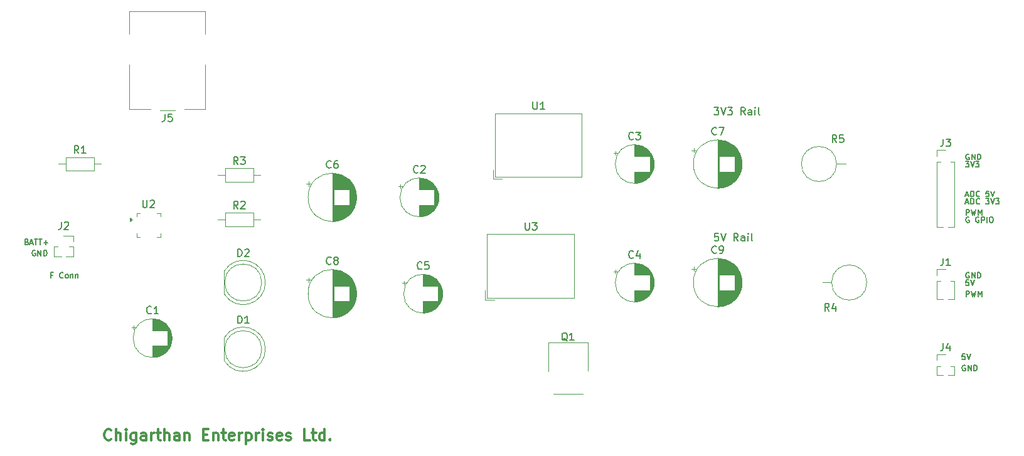
<source format=gbr>
%TF.GenerationSoftware,KiCad,Pcbnew,9.0.6*%
%TF.CreationDate,2026-01-17T19:33:41-06:00*%
%TF.ProjectId,MobileArkhamAsylum,4d6f6269-6c65-4417-926b-68616d417379,rev?*%
%TF.SameCoordinates,Original*%
%TF.FileFunction,Legend,Top*%
%TF.FilePolarity,Positive*%
%FSLAX46Y46*%
G04 Gerber Fmt 4.6, Leading zero omitted, Abs format (unit mm)*
G04 Created by KiCad (PCBNEW 9.0.6) date 2026-01-17 19:33:41*
%MOMM*%
%LPD*%
G01*
G04 APERTURE LIST*
%ADD10C,0.150000*%
%ADD11C,0.200000*%
%ADD12C,0.300000*%
%ADD13C,0.120000*%
G04 APERTURE END LIST*
D10*
X96027255Y-107507557D02*
X95777255Y-107507557D01*
X95777255Y-107900414D02*
X95777255Y-107150414D01*
X95777255Y-107150414D02*
X96134398Y-107150414D01*
X97420112Y-107828985D02*
X97384398Y-107864700D01*
X97384398Y-107864700D02*
X97277255Y-107900414D01*
X97277255Y-107900414D02*
X97205827Y-107900414D01*
X97205827Y-107900414D02*
X97098684Y-107864700D01*
X97098684Y-107864700D02*
X97027255Y-107793271D01*
X97027255Y-107793271D02*
X96991541Y-107721842D01*
X96991541Y-107721842D02*
X96955827Y-107578985D01*
X96955827Y-107578985D02*
X96955827Y-107471842D01*
X96955827Y-107471842D02*
X96991541Y-107328985D01*
X96991541Y-107328985D02*
X97027255Y-107257557D01*
X97027255Y-107257557D02*
X97098684Y-107186128D01*
X97098684Y-107186128D02*
X97205827Y-107150414D01*
X97205827Y-107150414D02*
X97277255Y-107150414D01*
X97277255Y-107150414D02*
X97384398Y-107186128D01*
X97384398Y-107186128D02*
X97420112Y-107221842D01*
X97848684Y-107900414D02*
X97777255Y-107864700D01*
X97777255Y-107864700D02*
X97741541Y-107828985D01*
X97741541Y-107828985D02*
X97705827Y-107757557D01*
X97705827Y-107757557D02*
X97705827Y-107543271D01*
X97705827Y-107543271D02*
X97741541Y-107471842D01*
X97741541Y-107471842D02*
X97777255Y-107436128D01*
X97777255Y-107436128D02*
X97848684Y-107400414D01*
X97848684Y-107400414D02*
X97955827Y-107400414D01*
X97955827Y-107400414D02*
X98027255Y-107436128D01*
X98027255Y-107436128D02*
X98062970Y-107471842D01*
X98062970Y-107471842D02*
X98098684Y-107543271D01*
X98098684Y-107543271D02*
X98098684Y-107757557D01*
X98098684Y-107757557D02*
X98062970Y-107828985D01*
X98062970Y-107828985D02*
X98027255Y-107864700D01*
X98027255Y-107864700D02*
X97955827Y-107900414D01*
X97955827Y-107900414D02*
X97848684Y-107900414D01*
X98420112Y-107400414D02*
X98420112Y-107900414D01*
X98420112Y-107471842D02*
X98455826Y-107436128D01*
X98455826Y-107436128D02*
X98527255Y-107400414D01*
X98527255Y-107400414D02*
X98634398Y-107400414D01*
X98634398Y-107400414D02*
X98705826Y-107436128D01*
X98705826Y-107436128D02*
X98741541Y-107507557D01*
X98741541Y-107507557D02*
X98741541Y-107900414D01*
X99098683Y-107400414D02*
X99098683Y-107900414D01*
X99098683Y-107471842D02*
X99134397Y-107436128D01*
X99134397Y-107436128D02*
X99205826Y-107400414D01*
X99205826Y-107400414D02*
X99312969Y-107400414D01*
X99312969Y-107400414D02*
X99384397Y-107436128D01*
X99384397Y-107436128D02*
X99420112Y-107507557D01*
X99420112Y-107507557D02*
X99420112Y-107900414D01*
X92527255Y-103007557D02*
X92634398Y-103043271D01*
X92634398Y-103043271D02*
X92670112Y-103078985D01*
X92670112Y-103078985D02*
X92705826Y-103150414D01*
X92705826Y-103150414D02*
X92705826Y-103257557D01*
X92705826Y-103257557D02*
X92670112Y-103328985D01*
X92670112Y-103328985D02*
X92634398Y-103364700D01*
X92634398Y-103364700D02*
X92562969Y-103400414D01*
X92562969Y-103400414D02*
X92277255Y-103400414D01*
X92277255Y-103400414D02*
X92277255Y-102650414D01*
X92277255Y-102650414D02*
X92527255Y-102650414D01*
X92527255Y-102650414D02*
X92598684Y-102686128D01*
X92598684Y-102686128D02*
X92634398Y-102721842D01*
X92634398Y-102721842D02*
X92670112Y-102793271D01*
X92670112Y-102793271D02*
X92670112Y-102864700D01*
X92670112Y-102864700D02*
X92634398Y-102936128D01*
X92634398Y-102936128D02*
X92598684Y-102971842D01*
X92598684Y-102971842D02*
X92527255Y-103007557D01*
X92527255Y-103007557D02*
X92277255Y-103007557D01*
X92991541Y-103186128D02*
X93348684Y-103186128D01*
X92920112Y-103400414D02*
X93170112Y-102650414D01*
X93170112Y-102650414D02*
X93420112Y-103400414D01*
X93562969Y-102650414D02*
X93991541Y-102650414D01*
X93777255Y-103400414D02*
X93777255Y-102650414D01*
X94134398Y-102650414D02*
X94562970Y-102650414D01*
X94348684Y-103400414D02*
X94348684Y-102650414D01*
X94812970Y-103114700D02*
X95384399Y-103114700D01*
X95098684Y-103400414D02*
X95098684Y-102828985D01*
X93670112Y-104186128D02*
X93598684Y-104150414D01*
X93598684Y-104150414D02*
X93491541Y-104150414D01*
X93491541Y-104150414D02*
X93384398Y-104186128D01*
X93384398Y-104186128D02*
X93312969Y-104257557D01*
X93312969Y-104257557D02*
X93277255Y-104328985D01*
X93277255Y-104328985D02*
X93241541Y-104471842D01*
X93241541Y-104471842D02*
X93241541Y-104578985D01*
X93241541Y-104578985D02*
X93277255Y-104721842D01*
X93277255Y-104721842D02*
X93312969Y-104793271D01*
X93312969Y-104793271D02*
X93384398Y-104864700D01*
X93384398Y-104864700D02*
X93491541Y-104900414D01*
X93491541Y-104900414D02*
X93562969Y-104900414D01*
X93562969Y-104900414D02*
X93670112Y-104864700D01*
X93670112Y-104864700D02*
X93705826Y-104828985D01*
X93705826Y-104828985D02*
X93705826Y-104578985D01*
X93705826Y-104578985D02*
X93562969Y-104578985D01*
X94027255Y-104900414D02*
X94027255Y-104150414D01*
X94027255Y-104150414D02*
X94455826Y-104900414D01*
X94455826Y-104900414D02*
X94455826Y-104150414D01*
X94812969Y-104900414D02*
X94812969Y-104150414D01*
X94812969Y-104150414D02*
X94991540Y-104150414D01*
X94991540Y-104150414D02*
X95098683Y-104186128D01*
X95098683Y-104186128D02*
X95170112Y-104257557D01*
X95170112Y-104257557D02*
X95205826Y-104328985D01*
X95205826Y-104328985D02*
X95241540Y-104471842D01*
X95241540Y-104471842D02*
X95241540Y-104578985D01*
X95241540Y-104578985D02*
X95205826Y-104721842D01*
X95205826Y-104721842D02*
X95170112Y-104793271D01*
X95170112Y-104793271D02*
X95098683Y-104864700D01*
X95098683Y-104864700D02*
X94991540Y-104900414D01*
X94991540Y-104900414D02*
X94812969Y-104900414D01*
D11*
X185845863Y-101867219D02*
X185369673Y-101867219D01*
X185369673Y-101867219D02*
X185322054Y-102343409D01*
X185322054Y-102343409D02*
X185369673Y-102295790D01*
X185369673Y-102295790D02*
X185464911Y-102248171D01*
X185464911Y-102248171D02*
X185703006Y-102248171D01*
X185703006Y-102248171D02*
X185798244Y-102295790D01*
X185798244Y-102295790D02*
X185845863Y-102343409D01*
X185845863Y-102343409D02*
X185893482Y-102438647D01*
X185893482Y-102438647D02*
X185893482Y-102676742D01*
X185893482Y-102676742D02*
X185845863Y-102771980D01*
X185845863Y-102771980D02*
X185798244Y-102819600D01*
X185798244Y-102819600D02*
X185703006Y-102867219D01*
X185703006Y-102867219D02*
X185464911Y-102867219D01*
X185464911Y-102867219D02*
X185369673Y-102819600D01*
X185369673Y-102819600D02*
X185322054Y-102771980D01*
X186179197Y-101867219D02*
X186512530Y-102867219D01*
X186512530Y-102867219D02*
X186845863Y-101867219D01*
X188512530Y-102867219D02*
X188179197Y-102391028D01*
X187941102Y-102867219D02*
X187941102Y-101867219D01*
X187941102Y-101867219D02*
X188322054Y-101867219D01*
X188322054Y-101867219D02*
X188417292Y-101914838D01*
X188417292Y-101914838D02*
X188464911Y-101962457D01*
X188464911Y-101962457D02*
X188512530Y-102057695D01*
X188512530Y-102057695D02*
X188512530Y-102200552D01*
X188512530Y-102200552D02*
X188464911Y-102295790D01*
X188464911Y-102295790D02*
X188417292Y-102343409D01*
X188417292Y-102343409D02*
X188322054Y-102391028D01*
X188322054Y-102391028D02*
X187941102Y-102391028D01*
X189369673Y-102867219D02*
X189369673Y-102343409D01*
X189369673Y-102343409D02*
X189322054Y-102248171D01*
X189322054Y-102248171D02*
X189226816Y-102200552D01*
X189226816Y-102200552D02*
X189036340Y-102200552D01*
X189036340Y-102200552D02*
X188941102Y-102248171D01*
X189369673Y-102819600D02*
X189274435Y-102867219D01*
X189274435Y-102867219D02*
X189036340Y-102867219D01*
X189036340Y-102867219D02*
X188941102Y-102819600D01*
X188941102Y-102819600D02*
X188893483Y-102724361D01*
X188893483Y-102724361D02*
X188893483Y-102629123D01*
X188893483Y-102629123D02*
X188941102Y-102533885D01*
X188941102Y-102533885D02*
X189036340Y-102486266D01*
X189036340Y-102486266D02*
X189274435Y-102486266D01*
X189274435Y-102486266D02*
X189369673Y-102438647D01*
X189845864Y-102867219D02*
X189845864Y-102200552D01*
X189845864Y-101867219D02*
X189798245Y-101914838D01*
X189798245Y-101914838D02*
X189845864Y-101962457D01*
X189845864Y-101962457D02*
X189893483Y-101914838D01*
X189893483Y-101914838D02*
X189845864Y-101867219D01*
X189845864Y-101867219D02*
X189845864Y-101962457D01*
X190464911Y-102867219D02*
X190369673Y-102819600D01*
X190369673Y-102819600D02*
X190322054Y-102724361D01*
X190322054Y-102724361D02*
X190322054Y-101867219D01*
X185274435Y-84867219D02*
X185893482Y-84867219D01*
X185893482Y-84867219D02*
X185560149Y-85248171D01*
X185560149Y-85248171D02*
X185703006Y-85248171D01*
X185703006Y-85248171D02*
X185798244Y-85295790D01*
X185798244Y-85295790D02*
X185845863Y-85343409D01*
X185845863Y-85343409D02*
X185893482Y-85438647D01*
X185893482Y-85438647D02*
X185893482Y-85676742D01*
X185893482Y-85676742D02*
X185845863Y-85771980D01*
X185845863Y-85771980D02*
X185798244Y-85819600D01*
X185798244Y-85819600D02*
X185703006Y-85867219D01*
X185703006Y-85867219D02*
X185417292Y-85867219D01*
X185417292Y-85867219D02*
X185322054Y-85819600D01*
X185322054Y-85819600D02*
X185274435Y-85771980D01*
X186179197Y-84867219D02*
X186512530Y-85867219D01*
X186512530Y-85867219D02*
X186845863Y-84867219D01*
X187083959Y-84867219D02*
X187703006Y-84867219D01*
X187703006Y-84867219D02*
X187369673Y-85248171D01*
X187369673Y-85248171D02*
X187512530Y-85248171D01*
X187512530Y-85248171D02*
X187607768Y-85295790D01*
X187607768Y-85295790D02*
X187655387Y-85343409D01*
X187655387Y-85343409D02*
X187703006Y-85438647D01*
X187703006Y-85438647D02*
X187703006Y-85676742D01*
X187703006Y-85676742D02*
X187655387Y-85771980D01*
X187655387Y-85771980D02*
X187607768Y-85819600D01*
X187607768Y-85819600D02*
X187512530Y-85867219D01*
X187512530Y-85867219D02*
X187226816Y-85867219D01*
X187226816Y-85867219D02*
X187131578Y-85819600D01*
X187131578Y-85819600D02*
X187083959Y-85771980D01*
X189464911Y-85867219D02*
X189131578Y-85391028D01*
X188893483Y-85867219D02*
X188893483Y-84867219D01*
X188893483Y-84867219D02*
X189274435Y-84867219D01*
X189274435Y-84867219D02*
X189369673Y-84914838D01*
X189369673Y-84914838D02*
X189417292Y-84962457D01*
X189417292Y-84962457D02*
X189464911Y-85057695D01*
X189464911Y-85057695D02*
X189464911Y-85200552D01*
X189464911Y-85200552D02*
X189417292Y-85295790D01*
X189417292Y-85295790D02*
X189369673Y-85343409D01*
X189369673Y-85343409D02*
X189274435Y-85391028D01*
X189274435Y-85391028D02*
X188893483Y-85391028D01*
X190322054Y-85867219D02*
X190322054Y-85343409D01*
X190322054Y-85343409D02*
X190274435Y-85248171D01*
X190274435Y-85248171D02*
X190179197Y-85200552D01*
X190179197Y-85200552D02*
X189988721Y-85200552D01*
X189988721Y-85200552D02*
X189893483Y-85248171D01*
X190322054Y-85819600D02*
X190226816Y-85867219D01*
X190226816Y-85867219D02*
X189988721Y-85867219D01*
X189988721Y-85867219D02*
X189893483Y-85819600D01*
X189893483Y-85819600D02*
X189845864Y-85724361D01*
X189845864Y-85724361D02*
X189845864Y-85629123D01*
X189845864Y-85629123D02*
X189893483Y-85533885D01*
X189893483Y-85533885D02*
X189988721Y-85486266D01*
X189988721Y-85486266D02*
X190226816Y-85486266D01*
X190226816Y-85486266D02*
X190322054Y-85438647D01*
X190798245Y-85867219D02*
X190798245Y-85200552D01*
X190798245Y-84867219D02*
X190750626Y-84914838D01*
X190750626Y-84914838D02*
X190798245Y-84962457D01*
X190798245Y-84962457D02*
X190845864Y-84914838D01*
X190845864Y-84914838D02*
X190798245Y-84867219D01*
X190798245Y-84867219D02*
X190798245Y-84962457D01*
X191417292Y-85867219D02*
X191322054Y-85819600D01*
X191322054Y-85819600D02*
X191274435Y-85724361D01*
X191274435Y-85724361D02*
X191274435Y-84867219D01*
D10*
X219170112Y-119686128D02*
X219098684Y-119650414D01*
X219098684Y-119650414D02*
X218991541Y-119650414D01*
X218991541Y-119650414D02*
X218884398Y-119686128D01*
X218884398Y-119686128D02*
X218812969Y-119757557D01*
X218812969Y-119757557D02*
X218777255Y-119828985D01*
X218777255Y-119828985D02*
X218741541Y-119971842D01*
X218741541Y-119971842D02*
X218741541Y-120078985D01*
X218741541Y-120078985D02*
X218777255Y-120221842D01*
X218777255Y-120221842D02*
X218812969Y-120293271D01*
X218812969Y-120293271D02*
X218884398Y-120364700D01*
X218884398Y-120364700D02*
X218991541Y-120400414D01*
X218991541Y-120400414D02*
X219062969Y-120400414D01*
X219062969Y-120400414D02*
X219170112Y-120364700D01*
X219170112Y-120364700D02*
X219205826Y-120328985D01*
X219205826Y-120328985D02*
X219205826Y-120078985D01*
X219205826Y-120078985D02*
X219062969Y-120078985D01*
X219527255Y-120400414D02*
X219527255Y-119650414D01*
X219527255Y-119650414D02*
X219955826Y-120400414D01*
X219955826Y-120400414D02*
X219955826Y-119650414D01*
X220312969Y-120400414D02*
X220312969Y-119650414D01*
X220312969Y-119650414D02*
X220491540Y-119650414D01*
X220491540Y-119650414D02*
X220598683Y-119686128D01*
X220598683Y-119686128D02*
X220670112Y-119757557D01*
X220670112Y-119757557D02*
X220705826Y-119828985D01*
X220705826Y-119828985D02*
X220741540Y-119971842D01*
X220741540Y-119971842D02*
X220741540Y-120078985D01*
X220741540Y-120078985D02*
X220705826Y-120221842D01*
X220705826Y-120221842D02*
X220670112Y-120293271D01*
X220670112Y-120293271D02*
X220598683Y-120364700D01*
X220598683Y-120364700D02*
X220491540Y-120400414D01*
X220491540Y-120400414D02*
X220312969Y-120400414D01*
X219134398Y-118150414D02*
X218777255Y-118150414D01*
X218777255Y-118150414D02*
X218741541Y-118507557D01*
X218741541Y-118507557D02*
X218777255Y-118471842D01*
X218777255Y-118471842D02*
X218848684Y-118436128D01*
X218848684Y-118436128D02*
X219027255Y-118436128D01*
X219027255Y-118436128D02*
X219098684Y-118471842D01*
X219098684Y-118471842D02*
X219134398Y-118507557D01*
X219134398Y-118507557D02*
X219170112Y-118578985D01*
X219170112Y-118578985D02*
X219170112Y-118757557D01*
X219170112Y-118757557D02*
X219134398Y-118828985D01*
X219134398Y-118828985D02*
X219098684Y-118864700D01*
X219098684Y-118864700D02*
X219027255Y-118900414D01*
X219027255Y-118900414D02*
X218848684Y-118900414D01*
X218848684Y-118900414D02*
X218777255Y-118864700D01*
X218777255Y-118864700D02*
X218741541Y-118828985D01*
X219384398Y-118150414D02*
X219634398Y-118900414D01*
X219634398Y-118900414D02*
X219884398Y-118150414D01*
X219277255Y-110400414D02*
X219277255Y-109650414D01*
X219277255Y-109650414D02*
X219562969Y-109650414D01*
X219562969Y-109650414D02*
X219634398Y-109686128D01*
X219634398Y-109686128D02*
X219670112Y-109721842D01*
X219670112Y-109721842D02*
X219705826Y-109793271D01*
X219705826Y-109793271D02*
X219705826Y-109900414D01*
X219705826Y-109900414D02*
X219670112Y-109971842D01*
X219670112Y-109971842D02*
X219634398Y-110007557D01*
X219634398Y-110007557D02*
X219562969Y-110043271D01*
X219562969Y-110043271D02*
X219277255Y-110043271D01*
X219955826Y-109650414D02*
X220134398Y-110400414D01*
X220134398Y-110400414D02*
X220277255Y-109864700D01*
X220277255Y-109864700D02*
X220420112Y-110400414D01*
X220420112Y-110400414D02*
X220598684Y-109650414D01*
X220884398Y-110400414D02*
X220884398Y-109650414D01*
X220884398Y-109650414D02*
X221134398Y-110186128D01*
X221134398Y-110186128D02*
X221384398Y-109650414D01*
X221384398Y-109650414D02*
X221384398Y-110400414D01*
X219634398Y-108150414D02*
X219277255Y-108150414D01*
X219277255Y-108150414D02*
X219241541Y-108507557D01*
X219241541Y-108507557D02*
X219277255Y-108471842D01*
X219277255Y-108471842D02*
X219348684Y-108436128D01*
X219348684Y-108436128D02*
X219527255Y-108436128D01*
X219527255Y-108436128D02*
X219598684Y-108471842D01*
X219598684Y-108471842D02*
X219634398Y-108507557D01*
X219634398Y-108507557D02*
X219670112Y-108578985D01*
X219670112Y-108578985D02*
X219670112Y-108757557D01*
X219670112Y-108757557D02*
X219634398Y-108828985D01*
X219634398Y-108828985D02*
X219598684Y-108864700D01*
X219598684Y-108864700D02*
X219527255Y-108900414D01*
X219527255Y-108900414D02*
X219348684Y-108900414D01*
X219348684Y-108900414D02*
X219277255Y-108864700D01*
X219277255Y-108864700D02*
X219241541Y-108828985D01*
X219884398Y-108150414D02*
X220134398Y-108900414D01*
X220134398Y-108900414D02*
X220384398Y-108150414D01*
X219670112Y-107186128D02*
X219598684Y-107150414D01*
X219598684Y-107150414D02*
X219491541Y-107150414D01*
X219491541Y-107150414D02*
X219384398Y-107186128D01*
X219384398Y-107186128D02*
X219312969Y-107257557D01*
X219312969Y-107257557D02*
X219277255Y-107328985D01*
X219277255Y-107328985D02*
X219241541Y-107471842D01*
X219241541Y-107471842D02*
X219241541Y-107578985D01*
X219241541Y-107578985D02*
X219277255Y-107721842D01*
X219277255Y-107721842D02*
X219312969Y-107793271D01*
X219312969Y-107793271D02*
X219384398Y-107864700D01*
X219384398Y-107864700D02*
X219491541Y-107900414D01*
X219491541Y-107900414D02*
X219562969Y-107900414D01*
X219562969Y-107900414D02*
X219670112Y-107864700D01*
X219670112Y-107864700D02*
X219705826Y-107828985D01*
X219705826Y-107828985D02*
X219705826Y-107578985D01*
X219705826Y-107578985D02*
X219562969Y-107578985D01*
X220027255Y-107900414D02*
X220027255Y-107150414D01*
X220027255Y-107150414D02*
X220455826Y-107900414D01*
X220455826Y-107900414D02*
X220455826Y-107150414D01*
X220812969Y-107900414D02*
X220812969Y-107150414D01*
X220812969Y-107150414D02*
X220991540Y-107150414D01*
X220991540Y-107150414D02*
X221098683Y-107186128D01*
X221098683Y-107186128D02*
X221170112Y-107257557D01*
X221170112Y-107257557D02*
X221205826Y-107328985D01*
X221205826Y-107328985D02*
X221241540Y-107471842D01*
X221241540Y-107471842D02*
X221241540Y-107578985D01*
X221241540Y-107578985D02*
X221205826Y-107721842D01*
X221205826Y-107721842D02*
X221170112Y-107793271D01*
X221170112Y-107793271D02*
X221098683Y-107864700D01*
X221098683Y-107864700D02*
X220991540Y-107900414D01*
X220991540Y-107900414D02*
X220812969Y-107900414D01*
X219670112Y-99686128D02*
X219598684Y-99650414D01*
X219598684Y-99650414D02*
X219491541Y-99650414D01*
X219491541Y-99650414D02*
X219384398Y-99686128D01*
X219384398Y-99686128D02*
X219312969Y-99757557D01*
X219312969Y-99757557D02*
X219277255Y-99828985D01*
X219277255Y-99828985D02*
X219241541Y-99971842D01*
X219241541Y-99971842D02*
X219241541Y-100078985D01*
X219241541Y-100078985D02*
X219277255Y-100221842D01*
X219277255Y-100221842D02*
X219312969Y-100293271D01*
X219312969Y-100293271D02*
X219384398Y-100364700D01*
X219384398Y-100364700D02*
X219491541Y-100400414D01*
X219491541Y-100400414D02*
X219562969Y-100400414D01*
X219562969Y-100400414D02*
X219670112Y-100364700D01*
X219670112Y-100364700D02*
X219705826Y-100328985D01*
X219705826Y-100328985D02*
X219705826Y-100078985D01*
X219705826Y-100078985D02*
X219562969Y-100078985D01*
X220991541Y-99686128D02*
X220920113Y-99650414D01*
X220920113Y-99650414D02*
X220812970Y-99650414D01*
X220812970Y-99650414D02*
X220705827Y-99686128D01*
X220705827Y-99686128D02*
X220634398Y-99757557D01*
X220634398Y-99757557D02*
X220598684Y-99828985D01*
X220598684Y-99828985D02*
X220562970Y-99971842D01*
X220562970Y-99971842D02*
X220562970Y-100078985D01*
X220562970Y-100078985D02*
X220598684Y-100221842D01*
X220598684Y-100221842D02*
X220634398Y-100293271D01*
X220634398Y-100293271D02*
X220705827Y-100364700D01*
X220705827Y-100364700D02*
X220812970Y-100400414D01*
X220812970Y-100400414D02*
X220884398Y-100400414D01*
X220884398Y-100400414D02*
X220991541Y-100364700D01*
X220991541Y-100364700D02*
X221027255Y-100328985D01*
X221027255Y-100328985D02*
X221027255Y-100078985D01*
X221027255Y-100078985D02*
X220884398Y-100078985D01*
X221348684Y-100400414D02*
X221348684Y-99650414D01*
X221348684Y-99650414D02*
X221634398Y-99650414D01*
X221634398Y-99650414D02*
X221705827Y-99686128D01*
X221705827Y-99686128D02*
X221741541Y-99721842D01*
X221741541Y-99721842D02*
X221777255Y-99793271D01*
X221777255Y-99793271D02*
X221777255Y-99900414D01*
X221777255Y-99900414D02*
X221741541Y-99971842D01*
X221741541Y-99971842D02*
X221705827Y-100007557D01*
X221705827Y-100007557D02*
X221634398Y-100043271D01*
X221634398Y-100043271D02*
X221348684Y-100043271D01*
X222098684Y-100400414D02*
X222098684Y-99650414D01*
X222598684Y-99650414D02*
X222741541Y-99650414D01*
X222741541Y-99650414D02*
X222812970Y-99686128D01*
X222812970Y-99686128D02*
X222884398Y-99757557D01*
X222884398Y-99757557D02*
X222920113Y-99900414D01*
X222920113Y-99900414D02*
X222920113Y-100150414D01*
X222920113Y-100150414D02*
X222884398Y-100293271D01*
X222884398Y-100293271D02*
X222812970Y-100364700D01*
X222812970Y-100364700D02*
X222741541Y-100400414D01*
X222741541Y-100400414D02*
X222598684Y-100400414D01*
X222598684Y-100400414D02*
X222527256Y-100364700D01*
X222527256Y-100364700D02*
X222455827Y-100293271D01*
X222455827Y-100293271D02*
X222420113Y-100150414D01*
X222420113Y-100150414D02*
X222420113Y-99900414D01*
X222420113Y-99900414D02*
X222455827Y-99757557D01*
X222455827Y-99757557D02*
X222527256Y-99686128D01*
X222527256Y-99686128D02*
X222598684Y-99650414D01*
X219277255Y-99400414D02*
X219277255Y-98650414D01*
X219277255Y-98650414D02*
X219562969Y-98650414D01*
X219562969Y-98650414D02*
X219634398Y-98686128D01*
X219634398Y-98686128D02*
X219670112Y-98721842D01*
X219670112Y-98721842D02*
X219705826Y-98793271D01*
X219705826Y-98793271D02*
X219705826Y-98900414D01*
X219705826Y-98900414D02*
X219670112Y-98971842D01*
X219670112Y-98971842D02*
X219634398Y-99007557D01*
X219634398Y-99007557D02*
X219562969Y-99043271D01*
X219562969Y-99043271D02*
X219277255Y-99043271D01*
X219955826Y-98650414D02*
X220134398Y-99400414D01*
X220134398Y-99400414D02*
X220277255Y-98864700D01*
X220277255Y-98864700D02*
X220420112Y-99400414D01*
X220420112Y-99400414D02*
X220598684Y-98650414D01*
X220884398Y-99400414D02*
X220884398Y-98650414D01*
X220884398Y-98650414D02*
X221134398Y-99186128D01*
X221134398Y-99186128D02*
X221384398Y-98650414D01*
X221384398Y-98650414D02*
X221384398Y-99400414D01*
X219241541Y-97686128D02*
X219598684Y-97686128D01*
X219170112Y-97900414D02*
X219420112Y-97150414D01*
X219420112Y-97150414D02*
X219670112Y-97900414D01*
X219920112Y-97900414D02*
X219920112Y-97150414D01*
X219920112Y-97150414D02*
X220098683Y-97150414D01*
X220098683Y-97150414D02*
X220205826Y-97186128D01*
X220205826Y-97186128D02*
X220277255Y-97257557D01*
X220277255Y-97257557D02*
X220312969Y-97328985D01*
X220312969Y-97328985D02*
X220348683Y-97471842D01*
X220348683Y-97471842D02*
X220348683Y-97578985D01*
X220348683Y-97578985D02*
X220312969Y-97721842D01*
X220312969Y-97721842D02*
X220277255Y-97793271D01*
X220277255Y-97793271D02*
X220205826Y-97864700D01*
X220205826Y-97864700D02*
X220098683Y-97900414D01*
X220098683Y-97900414D02*
X219920112Y-97900414D01*
X221098683Y-97828985D02*
X221062969Y-97864700D01*
X221062969Y-97864700D02*
X220955826Y-97900414D01*
X220955826Y-97900414D02*
X220884398Y-97900414D01*
X220884398Y-97900414D02*
X220777255Y-97864700D01*
X220777255Y-97864700D02*
X220705826Y-97793271D01*
X220705826Y-97793271D02*
X220670112Y-97721842D01*
X220670112Y-97721842D02*
X220634398Y-97578985D01*
X220634398Y-97578985D02*
X220634398Y-97471842D01*
X220634398Y-97471842D02*
X220670112Y-97328985D01*
X220670112Y-97328985D02*
X220705826Y-97257557D01*
X220705826Y-97257557D02*
X220777255Y-97186128D01*
X220777255Y-97186128D02*
X220884398Y-97150414D01*
X220884398Y-97150414D02*
X220955826Y-97150414D01*
X220955826Y-97150414D02*
X221062969Y-97186128D01*
X221062969Y-97186128D02*
X221098683Y-97221842D01*
X221920112Y-97150414D02*
X222384398Y-97150414D01*
X222384398Y-97150414D02*
X222134398Y-97436128D01*
X222134398Y-97436128D02*
X222241541Y-97436128D01*
X222241541Y-97436128D02*
X222312970Y-97471842D01*
X222312970Y-97471842D02*
X222348684Y-97507557D01*
X222348684Y-97507557D02*
X222384398Y-97578985D01*
X222384398Y-97578985D02*
X222384398Y-97757557D01*
X222384398Y-97757557D02*
X222348684Y-97828985D01*
X222348684Y-97828985D02*
X222312970Y-97864700D01*
X222312970Y-97864700D02*
X222241541Y-97900414D01*
X222241541Y-97900414D02*
X222027255Y-97900414D01*
X222027255Y-97900414D02*
X221955827Y-97864700D01*
X221955827Y-97864700D02*
X221920112Y-97828985D01*
X222598684Y-97150414D02*
X222848684Y-97900414D01*
X222848684Y-97900414D02*
X223098684Y-97150414D01*
X223277255Y-97150414D02*
X223741541Y-97150414D01*
X223741541Y-97150414D02*
X223491541Y-97436128D01*
X223491541Y-97436128D02*
X223598684Y-97436128D01*
X223598684Y-97436128D02*
X223670113Y-97471842D01*
X223670113Y-97471842D02*
X223705827Y-97507557D01*
X223705827Y-97507557D02*
X223741541Y-97578985D01*
X223741541Y-97578985D02*
X223741541Y-97757557D01*
X223741541Y-97757557D02*
X223705827Y-97828985D01*
X223705827Y-97828985D02*
X223670113Y-97864700D01*
X223670113Y-97864700D02*
X223598684Y-97900414D01*
X223598684Y-97900414D02*
X223384398Y-97900414D01*
X223384398Y-97900414D02*
X223312970Y-97864700D01*
X223312970Y-97864700D02*
X223277255Y-97828985D01*
X219241541Y-96686128D02*
X219598684Y-96686128D01*
X219170112Y-96900414D02*
X219420112Y-96150414D01*
X219420112Y-96150414D02*
X219670112Y-96900414D01*
X219920112Y-96900414D02*
X219920112Y-96150414D01*
X219920112Y-96150414D02*
X220098683Y-96150414D01*
X220098683Y-96150414D02*
X220205826Y-96186128D01*
X220205826Y-96186128D02*
X220277255Y-96257557D01*
X220277255Y-96257557D02*
X220312969Y-96328985D01*
X220312969Y-96328985D02*
X220348683Y-96471842D01*
X220348683Y-96471842D02*
X220348683Y-96578985D01*
X220348683Y-96578985D02*
X220312969Y-96721842D01*
X220312969Y-96721842D02*
X220277255Y-96793271D01*
X220277255Y-96793271D02*
X220205826Y-96864700D01*
X220205826Y-96864700D02*
X220098683Y-96900414D01*
X220098683Y-96900414D02*
X219920112Y-96900414D01*
X221098683Y-96828985D02*
X221062969Y-96864700D01*
X221062969Y-96864700D02*
X220955826Y-96900414D01*
X220955826Y-96900414D02*
X220884398Y-96900414D01*
X220884398Y-96900414D02*
X220777255Y-96864700D01*
X220777255Y-96864700D02*
X220705826Y-96793271D01*
X220705826Y-96793271D02*
X220670112Y-96721842D01*
X220670112Y-96721842D02*
X220634398Y-96578985D01*
X220634398Y-96578985D02*
X220634398Y-96471842D01*
X220634398Y-96471842D02*
X220670112Y-96328985D01*
X220670112Y-96328985D02*
X220705826Y-96257557D01*
X220705826Y-96257557D02*
X220777255Y-96186128D01*
X220777255Y-96186128D02*
X220884398Y-96150414D01*
X220884398Y-96150414D02*
X220955826Y-96150414D01*
X220955826Y-96150414D02*
X221062969Y-96186128D01*
X221062969Y-96186128D02*
X221098683Y-96221842D01*
X222348684Y-96150414D02*
X221991541Y-96150414D01*
X221991541Y-96150414D02*
X221955827Y-96507557D01*
X221955827Y-96507557D02*
X221991541Y-96471842D01*
X221991541Y-96471842D02*
X222062970Y-96436128D01*
X222062970Y-96436128D02*
X222241541Y-96436128D01*
X222241541Y-96436128D02*
X222312970Y-96471842D01*
X222312970Y-96471842D02*
X222348684Y-96507557D01*
X222348684Y-96507557D02*
X222384398Y-96578985D01*
X222384398Y-96578985D02*
X222384398Y-96757557D01*
X222384398Y-96757557D02*
X222348684Y-96828985D01*
X222348684Y-96828985D02*
X222312970Y-96864700D01*
X222312970Y-96864700D02*
X222241541Y-96900414D01*
X222241541Y-96900414D02*
X222062970Y-96900414D01*
X222062970Y-96900414D02*
X221991541Y-96864700D01*
X221991541Y-96864700D02*
X221955827Y-96828985D01*
X222598684Y-96150414D02*
X222848684Y-96900414D01*
X222848684Y-96900414D02*
X223098684Y-96150414D01*
X219205826Y-92150414D02*
X219670112Y-92150414D01*
X219670112Y-92150414D02*
X219420112Y-92436128D01*
X219420112Y-92436128D02*
X219527255Y-92436128D01*
X219527255Y-92436128D02*
X219598684Y-92471842D01*
X219598684Y-92471842D02*
X219634398Y-92507557D01*
X219634398Y-92507557D02*
X219670112Y-92578985D01*
X219670112Y-92578985D02*
X219670112Y-92757557D01*
X219670112Y-92757557D02*
X219634398Y-92828985D01*
X219634398Y-92828985D02*
X219598684Y-92864700D01*
X219598684Y-92864700D02*
X219527255Y-92900414D01*
X219527255Y-92900414D02*
X219312969Y-92900414D01*
X219312969Y-92900414D02*
X219241541Y-92864700D01*
X219241541Y-92864700D02*
X219205826Y-92828985D01*
X219884398Y-92150414D02*
X220134398Y-92900414D01*
X220134398Y-92900414D02*
X220384398Y-92150414D01*
X220562969Y-92150414D02*
X221027255Y-92150414D01*
X221027255Y-92150414D02*
X220777255Y-92436128D01*
X220777255Y-92436128D02*
X220884398Y-92436128D01*
X220884398Y-92436128D02*
X220955827Y-92471842D01*
X220955827Y-92471842D02*
X220991541Y-92507557D01*
X220991541Y-92507557D02*
X221027255Y-92578985D01*
X221027255Y-92578985D02*
X221027255Y-92757557D01*
X221027255Y-92757557D02*
X220991541Y-92828985D01*
X220991541Y-92828985D02*
X220955827Y-92864700D01*
X220955827Y-92864700D02*
X220884398Y-92900414D01*
X220884398Y-92900414D02*
X220670112Y-92900414D01*
X220670112Y-92900414D02*
X220598684Y-92864700D01*
X220598684Y-92864700D02*
X220562969Y-92828985D01*
X219670112Y-91186128D02*
X219598684Y-91150414D01*
X219598684Y-91150414D02*
X219491541Y-91150414D01*
X219491541Y-91150414D02*
X219384398Y-91186128D01*
X219384398Y-91186128D02*
X219312969Y-91257557D01*
X219312969Y-91257557D02*
X219277255Y-91328985D01*
X219277255Y-91328985D02*
X219241541Y-91471842D01*
X219241541Y-91471842D02*
X219241541Y-91578985D01*
X219241541Y-91578985D02*
X219277255Y-91721842D01*
X219277255Y-91721842D02*
X219312969Y-91793271D01*
X219312969Y-91793271D02*
X219384398Y-91864700D01*
X219384398Y-91864700D02*
X219491541Y-91900414D01*
X219491541Y-91900414D02*
X219562969Y-91900414D01*
X219562969Y-91900414D02*
X219670112Y-91864700D01*
X219670112Y-91864700D02*
X219705826Y-91828985D01*
X219705826Y-91828985D02*
X219705826Y-91578985D01*
X219705826Y-91578985D02*
X219562969Y-91578985D01*
X220027255Y-91900414D02*
X220027255Y-91150414D01*
X220027255Y-91150414D02*
X220455826Y-91900414D01*
X220455826Y-91900414D02*
X220455826Y-91150414D01*
X220812969Y-91900414D02*
X220812969Y-91150414D01*
X220812969Y-91150414D02*
X220991540Y-91150414D01*
X220991540Y-91150414D02*
X221098683Y-91186128D01*
X221098683Y-91186128D02*
X221170112Y-91257557D01*
X221170112Y-91257557D02*
X221205826Y-91328985D01*
X221205826Y-91328985D02*
X221241540Y-91471842D01*
X221241540Y-91471842D02*
X221241540Y-91578985D01*
X221241540Y-91578985D02*
X221205826Y-91721842D01*
X221205826Y-91721842D02*
X221170112Y-91793271D01*
X221170112Y-91793271D02*
X221098683Y-91864700D01*
X221098683Y-91864700D02*
X220991540Y-91900414D01*
X220991540Y-91900414D02*
X220812969Y-91900414D01*
D12*
X103911653Y-129657971D02*
X103840225Y-129729400D01*
X103840225Y-129729400D02*
X103625939Y-129800828D01*
X103625939Y-129800828D02*
X103483082Y-129800828D01*
X103483082Y-129800828D02*
X103268796Y-129729400D01*
X103268796Y-129729400D02*
X103125939Y-129586542D01*
X103125939Y-129586542D02*
X103054510Y-129443685D01*
X103054510Y-129443685D02*
X102983082Y-129157971D01*
X102983082Y-129157971D02*
X102983082Y-128943685D01*
X102983082Y-128943685D02*
X103054510Y-128657971D01*
X103054510Y-128657971D02*
X103125939Y-128515114D01*
X103125939Y-128515114D02*
X103268796Y-128372257D01*
X103268796Y-128372257D02*
X103483082Y-128300828D01*
X103483082Y-128300828D02*
X103625939Y-128300828D01*
X103625939Y-128300828D02*
X103840225Y-128372257D01*
X103840225Y-128372257D02*
X103911653Y-128443685D01*
X104554510Y-129800828D02*
X104554510Y-128300828D01*
X105197368Y-129800828D02*
X105197368Y-129015114D01*
X105197368Y-129015114D02*
X105125939Y-128872257D01*
X105125939Y-128872257D02*
X104983082Y-128800828D01*
X104983082Y-128800828D02*
X104768796Y-128800828D01*
X104768796Y-128800828D02*
X104625939Y-128872257D01*
X104625939Y-128872257D02*
X104554510Y-128943685D01*
X105911653Y-129800828D02*
X105911653Y-128800828D01*
X105911653Y-128300828D02*
X105840225Y-128372257D01*
X105840225Y-128372257D02*
X105911653Y-128443685D01*
X105911653Y-128443685D02*
X105983082Y-128372257D01*
X105983082Y-128372257D02*
X105911653Y-128300828D01*
X105911653Y-128300828D02*
X105911653Y-128443685D01*
X107268797Y-128800828D02*
X107268797Y-130015114D01*
X107268797Y-130015114D02*
X107197368Y-130157971D01*
X107197368Y-130157971D02*
X107125939Y-130229400D01*
X107125939Y-130229400D02*
X106983082Y-130300828D01*
X106983082Y-130300828D02*
X106768797Y-130300828D01*
X106768797Y-130300828D02*
X106625939Y-130229400D01*
X107268797Y-129729400D02*
X107125939Y-129800828D01*
X107125939Y-129800828D02*
X106840225Y-129800828D01*
X106840225Y-129800828D02*
X106697368Y-129729400D01*
X106697368Y-129729400D02*
X106625939Y-129657971D01*
X106625939Y-129657971D02*
X106554511Y-129515114D01*
X106554511Y-129515114D02*
X106554511Y-129086542D01*
X106554511Y-129086542D02*
X106625939Y-128943685D01*
X106625939Y-128943685D02*
X106697368Y-128872257D01*
X106697368Y-128872257D02*
X106840225Y-128800828D01*
X106840225Y-128800828D02*
X107125939Y-128800828D01*
X107125939Y-128800828D02*
X107268797Y-128872257D01*
X108625940Y-129800828D02*
X108625940Y-129015114D01*
X108625940Y-129015114D02*
X108554511Y-128872257D01*
X108554511Y-128872257D02*
X108411654Y-128800828D01*
X108411654Y-128800828D02*
X108125940Y-128800828D01*
X108125940Y-128800828D02*
X107983082Y-128872257D01*
X108625940Y-129729400D02*
X108483082Y-129800828D01*
X108483082Y-129800828D02*
X108125940Y-129800828D01*
X108125940Y-129800828D02*
X107983082Y-129729400D01*
X107983082Y-129729400D02*
X107911654Y-129586542D01*
X107911654Y-129586542D02*
X107911654Y-129443685D01*
X107911654Y-129443685D02*
X107983082Y-129300828D01*
X107983082Y-129300828D02*
X108125940Y-129229400D01*
X108125940Y-129229400D02*
X108483082Y-129229400D01*
X108483082Y-129229400D02*
X108625940Y-129157971D01*
X109340225Y-129800828D02*
X109340225Y-128800828D01*
X109340225Y-129086542D02*
X109411654Y-128943685D01*
X109411654Y-128943685D02*
X109483083Y-128872257D01*
X109483083Y-128872257D02*
X109625940Y-128800828D01*
X109625940Y-128800828D02*
X109768797Y-128800828D01*
X110054511Y-128800828D02*
X110625939Y-128800828D01*
X110268796Y-128300828D02*
X110268796Y-129586542D01*
X110268796Y-129586542D02*
X110340225Y-129729400D01*
X110340225Y-129729400D02*
X110483082Y-129800828D01*
X110483082Y-129800828D02*
X110625939Y-129800828D01*
X111125939Y-129800828D02*
X111125939Y-128300828D01*
X111768797Y-129800828D02*
X111768797Y-129015114D01*
X111768797Y-129015114D02*
X111697368Y-128872257D01*
X111697368Y-128872257D02*
X111554511Y-128800828D01*
X111554511Y-128800828D02*
X111340225Y-128800828D01*
X111340225Y-128800828D02*
X111197368Y-128872257D01*
X111197368Y-128872257D02*
X111125939Y-128943685D01*
X113125940Y-129800828D02*
X113125940Y-129015114D01*
X113125940Y-129015114D02*
X113054511Y-128872257D01*
X113054511Y-128872257D02*
X112911654Y-128800828D01*
X112911654Y-128800828D02*
X112625940Y-128800828D01*
X112625940Y-128800828D02*
X112483082Y-128872257D01*
X113125940Y-129729400D02*
X112983082Y-129800828D01*
X112983082Y-129800828D02*
X112625940Y-129800828D01*
X112625940Y-129800828D02*
X112483082Y-129729400D01*
X112483082Y-129729400D02*
X112411654Y-129586542D01*
X112411654Y-129586542D02*
X112411654Y-129443685D01*
X112411654Y-129443685D02*
X112483082Y-129300828D01*
X112483082Y-129300828D02*
X112625940Y-129229400D01*
X112625940Y-129229400D02*
X112983082Y-129229400D01*
X112983082Y-129229400D02*
X113125940Y-129157971D01*
X113840225Y-128800828D02*
X113840225Y-129800828D01*
X113840225Y-128943685D02*
X113911654Y-128872257D01*
X113911654Y-128872257D02*
X114054511Y-128800828D01*
X114054511Y-128800828D02*
X114268797Y-128800828D01*
X114268797Y-128800828D02*
X114411654Y-128872257D01*
X114411654Y-128872257D02*
X114483083Y-129015114D01*
X114483083Y-129015114D02*
X114483083Y-129800828D01*
X116340225Y-129015114D02*
X116840225Y-129015114D01*
X117054511Y-129800828D02*
X116340225Y-129800828D01*
X116340225Y-129800828D02*
X116340225Y-128300828D01*
X116340225Y-128300828D02*
X117054511Y-128300828D01*
X117697368Y-128800828D02*
X117697368Y-129800828D01*
X117697368Y-128943685D02*
X117768797Y-128872257D01*
X117768797Y-128872257D02*
X117911654Y-128800828D01*
X117911654Y-128800828D02*
X118125940Y-128800828D01*
X118125940Y-128800828D02*
X118268797Y-128872257D01*
X118268797Y-128872257D02*
X118340226Y-129015114D01*
X118340226Y-129015114D02*
X118340226Y-129800828D01*
X118840226Y-128800828D02*
X119411654Y-128800828D01*
X119054511Y-128300828D02*
X119054511Y-129586542D01*
X119054511Y-129586542D02*
X119125940Y-129729400D01*
X119125940Y-129729400D02*
X119268797Y-129800828D01*
X119268797Y-129800828D02*
X119411654Y-129800828D01*
X120483083Y-129729400D02*
X120340226Y-129800828D01*
X120340226Y-129800828D02*
X120054512Y-129800828D01*
X120054512Y-129800828D02*
X119911654Y-129729400D01*
X119911654Y-129729400D02*
X119840226Y-129586542D01*
X119840226Y-129586542D02*
X119840226Y-129015114D01*
X119840226Y-129015114D02*
X119911654Y-128872257D01*
X119911654Y-128872257D02*
X120054512Y-128800828D01*
X120054512Y-128800828D02*
X120340226Y-128800828D01*
X120340226Y-128800828D02*
X120483083Y-128872257D01*
X120483083Y-128872257D02*
X120554512Y-129015114D01*
X120554512Y-129015114D02*
X120554512Y-129157971D01*
X120554512Y-129157971D02*
X119840226Y-129300828D01*
X121197368Y-129800828D02*
X121197368Y-128800828D01*
X121197368Y-129086542D02*
X121268797Y-128943685D01*
X121268797Y-128943685D02*
X121340226Y-128872257D01*
X121340226Y-128872257D02*
X121483083Y-128800828D01*
X121483083Y-128800828D02*
X121625940Y-128800828D01*
X122125939Y-128800828D02*
X122125939Y-130300828D01*
X122125939Y-128872257D02*
X122268797Y-128800828D01*
X122268797Y-128800828D02*
X122554511Y-128800828D01*
X122554511Y-128800828D02*
X122697368Y-128872257D01*
X122697368Y-128872257D02*
X122768797Y-128943685D01*
X122768797Y-128943685D02*
X122840225Y-129086542D01*
X122840225Y-129086542D02*
X122840225Y-129515114D01*
X122840225Y-129515114D02*
X122768797Y-129657971D01*
X122768797Y-129657971D02*
X122697368Y-129729400D01*
X122697368Y-129729400D02*
X122554511Y-129800828D01*
X122554511Y-129800828D02*
X122268797Y-129800828D01*
X122268797Y-129800828D02*
X122125939Y-129729400D01*
X123483082Y-129800828D02*
X123483082Y-128800828D01*
X123483082Y-129086542D02*
X123554511Y-128943685D01*
X123554511Y-128943685D02*
X123625940Y-128872257D01*
X123625940Y-128872257D02*
X123768797Y-128800828D01*
X123768797Y-128800828D02*
X123911654Y-128800828D01*
X124411653Y-129800828D02*
X124411653Y-128800828D01*
X124411653Y-128300828D02*
X124340225Y-128372257D01*
X124340225Y-128372257D02*
X124411653Y-128443685D01*
X124411653Y-128443685D02*
X124483082Y-128372257D01*
X124483082Y-128372257D02*
X124411653Y-128300828D01*
X124411653Y-128300828D02*
X124411653Y-128443685D01*
X125054511Y-129729400D02*
X125197368Y-129800828D01*
X125197368Y-129800828D02*
X125483082Y-129800828D01*
X125483082Y-129800828D02*
X125625939Y-129729400D01*
X125625939Y-129729400D02*
X125697368Y-129586542D01*
X125697368Y-129586542D02*
X125697368Y-129515114D01*
X125697368Y-129515114D02*
X125625939Y-129372257D01*
X125625939Y-129372257D02*
X125483082Y-129300828D01*
X125483082Y-129300828D02*
X125268797Y-129300828D01*
X125268797Y-129300828D02*
X125125939Y-129229400D01*
X125125939Y-129229400D02*
X125054511Y-129086542D01*
X125054511Y-129086542D02*
X125054511Y-129015114D01*
X125054511Y-129015114D02*
X125125939Y-128872257D01*
X125125939Y-128872257D02*
X125268797Y-128800828D01*
X125268797Y-128800828D02*
X125483082Y-128800828D01*
X125483082Y-128800828D02*
X125625939Y-128872257D01*
X126911654Y-129729400D02*
X126768797Y-129800828D01*
X126768797Y-129800828D02*
X126483083Y-129800828D01*
X126483083Y-129800828D02*
X126340225Y-129729400D01*
X126340225Y-129729400D02*
X126268797Y-129586542D01*
X126268797Y-129586542D02*
X126268797Y-129015114D01*
X126268797Y-129015114D02*
X126340225Y-128872257D01*
X126340225Y-128872257D02*
X126483083Y-128800828D01*
X126483083Y-128800828D02*
X126768797Y-128800828D01*
X126768797Y-128800828D02*
X126911654Y-128872257D01*
X126911654Y-128872257D02*
X126983083Y-129015114D01*
X126983083Y-129015114D02*
X126983083Y-129157971D01*
X126983083Y-129157971D02*
X126268797Y-129300828D01*
X127554511Y-129729400D02*
X127697368Y-129800828D01*
X127697368Y-129800828D02*
X127983082Y-129800828D01*
X127983082Y-129800828D02*
X128125939Y-129729400D01*
X128125939Y-129729400D02*
X128197368Y-129586542D01*
X128197368Y-129586542D02*
X128197368Y-129515114D01*
X128197368Y-129515114D02*
X128125939Y-129372257D01*
X128125939Y-129372257D02*
X127983082Y-129300828D01*
X127983082Y-129300828D02*
X127768797Y-129300828D01*
X127768797Y-129300828D02*
X127625939Y-129229400D01*
X127625939Y-129229400D02*
X127554511Y-129086542D01*
X127554511Y-129086542D02*
X127554511Y-129015114D01*
X127554511Y-129015114D02*
X127625939Y-128872257D01*
X127625939Y-128872257D02*
X127768797Y-128800828D01*
X127768797Y-128800828D02*
X127983082Y-128800828D01*
X127983082Y-128800828D02*
X128125939Y-128872257D01*
X130697368Y-129800828D02*
X129983082Y-129800828D01*
X129983082Y-129800828D02*
X129983082Y-128300828D01*
X130983083Y-128800828D02*
X131554511Y-128800828D01*
X131197368Y-128300828D02*
X131197368Y-129586542D01*
X131197368Y-129586542D02*
X131268797Y-129729400D01*
X131268797Y-129729400D02*
X131411654Y-129800828D01*
X131411654Y-129800828D02*
X131554511Y-129800828D01*
X132697369Y-129800828D02*
X132697369Y-128300828D01*
X132697369Y-129729400D02*
X132554511Y-129800828D01*
X132554511Y-129800828D02*
X132268797Y-129800828D01*
X132268797Y-129800828D02*
X132125940Y-129729400D01*
X132125940Y-129729400D02*
X132054511Y-129657971D01*
X132054511Y-129657971D02*
X131983083Y-129515114D01*
X131983083Y-129515114D02*
X131983083Y-129086542D01*
X131983083Y-129086542D02*
X132054511Y-128943685D01*
X132054511Y-128943685D02*
X132125940Y-128872257D01*
X132125940Y-128872257D02*
X132268797Y-128800828D01*
X132268797Y-128800828D02*
X132554511Y-128800828D01*
X132554511Y-128800828D02*
X132697369Y-128872257D01*
X133411654Y-129657971D02*
X133483083Y-129729400D01*
X133483083Y-129729400D02*
X133411654Y-129800828D01*
X133411654Y-129800828D02*
X133340226Y-129729400D01*
X133340226Y-129729400D02*
X133411654Y-129657971D01*
X133411654Y-129657971D02*
X133411654Y-129800828D01*
D10*
X111166666Y-85754819D02*
X111166666Y-86469104D01*
X111166666Y-86469104D02*
X111119047Y-86611961D01*
X111119047Y-86611961D02*
X111023809Y-86707200D01*
X111023809Y-86707200D02*
X110880952Y-86754819D01*
X110880952Y-86754819D02*
X110785714Y-86754819D01*
X112119047Y-85754819D02*
X111642857Y-85754819D01*
X111642857Y-85754819D02*
X111595238Y-86231009D01*
X111595238Y-86231009D02*
X111642857Y-86183390D01*
X111642857Y-86183390D02*
X111738095Y-86135771D01*
X111738095Y-86135771D02*
X111976190Y-86135771D01*
X111976190Y-86135771D02*
X112071428Y-86183390D01*
X112071428Y-86183390D02*
X112119047Y-86231009D01*
X112119047Y-86231009D02*
X112166666Y-86326247D01*
X112166666Y-86326247D02*
X112166666Y-86564342D01*
X112166666Y-86564342D02*
X112119047Y-86659580D01*
X112119047Y-86659580D02*
X112071428Y-86707200D01*
X112071428Y-86707200D02*
X111976190Y-86754819D01*
X111976190Y-86754819D02*
X111738095Y-86754819D01*
X111738095Y-86754819D02*
X111642857Y-86707200D01*
X111642857Y-86707200D02*
X111595238Y-86659580D01*
X108175595Y-97374819D02*
X108175595Y-98184342D01*
X108175595Y-98184342D02*
X108223214Y-98279580D01*
X108223214Y-98279580D02*
X108270833Y-98327200D01*
X108270833Y-98327200D02*
X108366071Y-98374819D01*
X108366071Y-98374819D02*
X108556547Y-98374819D01*
X108556547Y-98374819D02*
X108651785Y-98327200D01*
X108651785Y-98327200D02*
X108699404Y-98279580D01*
X108699404Y-98279580D02*
X108747023Y-98184342D01*
X108747023Y-98184342D02*
X108747023Y-97374819D01*
X109175595Y-97470057D02*
X109223214Y-97422438D01*
X109223214Y-97422438D02*
X109318452Y-97374819D01*
X109318452Y-97374819D02*
X109556547Y-97374819D01*
X109556547Y-97374819D02*
X109651785Y-97422438D01*
X109651785Y-97422438D02*
X109699404Y-97470057D01*
X109699404Y-97470057D02*
X109747023Y-97565295D01*
X109747023Y-97565295D02*
X109747023Y-97660533D01*
X109747023Y-97660533D02*
X109699404Y-97803390D01*
X109699404Y-97803390D02*
X109127976Y-98374819D01*
X109127976Y-98374819D02*
X109747023Y-98374819D01*
X97166666Y-100319819D02*
X97166666Y-101034104D01*
X97166666Y-101034104D02*
X97119047Y-101176961D01*
X97119047Y-101176961D02*
X97023809Y-101272200D01*
X97023809Y-101272200D02*
X96880952Y-101319819D01*
X96880952Y-101319819D02*
X96785714Y-101319819D01*
X97595238Y-100415057D02*
X97642857Y-100367438D01*
X97642857Y-100367438D02*
X97738095Y-100319819D01*
X97738095Y-100319819D02*
X97976190Y-100319819D01*
X97976190Y-100319819D02*
X98071428Y-100367438D01*
X98071428Y-100367438D02*
X98119047Y-100415057D01*
X98119047Y-100415057D02*
X98166666Y-100510295D01*
X98166666Y-100510295D02*
X98166666Y-100605533D01*
X98166666Y-100605533D02*
X98119047Y-100748390D01*
X98119047Y-100748390D02*
X97547619Y-101319819D01*
X97547619Y-101319819D02*
X98166666Y-101319819D01*
X99523333Y-91034819D02*
X99190000Y-90558628D01*
X98951905Y-91034819D02*
X98951905Y-90034819D01*
X98951905Y-90034819D02*
X99332857Y-90034819D01*
X99332857Y-90034819D02*
X99428095Y-90082438D01*
X99428095Y-90082438D02*
X99475714Y-90130057D01*
X99475714Y-90130057D02*
X99523333Y-90225295D01*
X99523333Y-90225295D02*
X99523333Y-90368152D01*
X99523333Y-90368152D02*
X99475714Y-90463390D01*
X99475714Y-90463390D02*
X99428095Y-90511009D01*
X99428095Y-90511009D02*
X99332857Y-90558628D01*
X99332857Y-90558628D02*
X98951905Y-90558628D01*
X100475714Y-91034819D02*
X99904286Y-91034819D01*
X100190000Y-91034819D02*
X100190000Y-90034819D01*
X100190000Y-90034819D02*
X100094762Y-90177676D01*
X100094762Y-90177676D02*
X99999524Y-90272914D01*
X99999524Y-90272914D02*
X99904286Y-90320533D01*
X121023333Y-92534819D02*
X120690000Y-92058628D01*
X120451905Y-92534819D02*
X120451905Y-91534819D01*
X120451905Y-91534819D02*
X120832857Y-91534819D01*
X120832857Y-91534819D02*
X120928095Y-91582438D01*
X120928095Y-91582438D02*
X120975714Y-91630057D01*
X120975714Y-91630057D02*
X121023333Y-91725295D01*
X121023333Y-91725295D02*
X121023333Y-91868152D01*
X121023333Y-91868152D02*
X120975714Y-91963390D01*
X120975714Y-91963390D02*
X120928095Y-92011009D01*
X120928095Y-92011009D02*
X120832857Y-92058628D01*
X120832857Y-92058628D02*
X120451905Y-92058628D01*
X121356667Y-91534819D02*
X121975714Y-91534819D01*
X121975714Y-91534819D02*
X121642381Y-91915771D01*
X121642381Y-91915771D02*
X121785238Y-91915771D01*
X121785238Y-91915771D02*
X121880476Y-91963390D01*
X121880476Y-91963390D02*
X121928095Y-92011009D01*
X121928095Y-92011009D02*
X121975714Y-92106247D01*
X121975714Y-92106247D02*
X121975714Y-92344342D01*
X121975714Y-92344342D02*
X121928095Y-92439580D01*
X121928095Y-92439580D02*
X121880476Y-92487200D01*
X121880476Y-92487200D02*
X121785238Y-92534819D01*
X121785238Y-92534819D02*
X121499524Y-92534819D01*
X121499524Y-92534819D02*
X121404286Y-92487200D01*
X121404286Y-92487200D02*
X121356667Y-92439580D01*
X109333333Y-112609580D02*
X109285714Y-112657200D01*
X109285714Y-112657200D02*
X109142857Y-112704819D01*
X109142857Y-112704819D02*
X109047619Y-112704819D01*
X109047619Y-112704819D02*
X108904762Y-112657200D01*
X108904762Y-112657200D02*
X108809524Y-112561961D01*
X108809524Y-112561961D02*
X108761905Y-112466723D01*
X108761905Y-112466723D02*
X108714286Y-112276247D01*
X108714286Y-112276247D02*
X108714286Y-112133390D01*
X108714286Y-112133390D02*
X108761905Y-111942914D01*
X108761905Y-111942914D02*
X108809524Y-111847676D01*
X108809524Y-111847676D02*
X108904762Y-111752438D01*
X108904762Y-111752438D02*
X109047619Y-111704819D01*
X109047619Y-111704819D02*
X109142857Y-111704819D01*
X109142857Y-111704819D02*
X109285714Y-111752438D01*
X109285714Y-111752438D02*
X109333333Y-111800057D01*
X110285714Y-112704819D02*
X109714286Y-112704819D01*
X110000000Y-112704819D02*
X110000000Y-111704819D01*
X110000000Y-111704819D02*
X109904762Y-111847676D01*
X109904762Y-111847676D02*
X109809524Y-111942914D01*
X109809524Y-111942914D02*
X109714286Y-111990533D01*
X185583333Y-88459580D02*
X185535714Y-88507200D01*
X185535714Y-88507200D02*
X185392857Y-88554819D01*
X185392857Y-88554819D02*
X185297619Y-88554819D01*
X185297619Y-88554819D02*
X185154762Y-88507200D01*
X185154762Y-88507200D02*
X185059524Y-88411961D01*
X185059524Y-88411961D02*
X185011905Y-88316723D01*
X185011905Y-88316723D02*
X184964286Y-88126247D01*
X184964286Y-88126247D02*
X184964286Y-87983390D01*
X184964286Y-87983390D02*
X185011905Y-87792914D01*
X185011905Y-87792914D02*
X185059524Y-87697676D01*
X185059524Y-87697676D02*
X185154762Y-87602438D01*
X185154762Y-87602438D02*
X185297619Y-87554819D01*
X185297619Y-87554819D02*
X185392857Y-87554819D01*
X185392857Y-87554819D02*
X185535714Y-87602438D01*
X185535714Y-87602438D02*
X185583333Y-87650057D01*
X185916667Y-87554819D02*
X186583333Y-87554819D01*
X186583333Y-87554819D02*
X186154762Y-88554819D01*
X201793333Y-89584819D02*
X201460000Y-89108628D01*
X201221905Y-89584819D02*
X201221905Y-88584819D01*
X201221905Y-88584819D02*
X201602857Y-88584819D01*
X201602857Y-88584819D02*
X201698095Y-88632438D01*
X201698095Y-88632438D02*
X201745714Y-88680057D01*
X201745714Y-88680057D02*
X201793333Y-88775295D01*
X201793333Y-88775295D02*
X201793333Y-88918152D01*
X201793333Y-88918152D02*
X201745714Y-89013390D01*
X201745714Y-89013390D02*
X201698095Y-89061009D01*
X201698095Y-89061009D02*
X201602857Y-89108628D01*
X201602857Y-89108628D02*
X201221905Y-89108628D01*
X202698095Y-88584819D02*
X202221905Y-88584819D01*
X202221905Y-88584819D02*
X202174286Y-89061009D01*
X202174286Y-89061009D02*
X202221905Y-89013390D01*
X202221905Y-89013390D02*
X202317143Y-88965771D01*
X202317143Y-88965771D02*
X202555238Y-88965771D01*
X202555238Y-88965771D02*
X202650476Y-89013390D01*
X202650476Y-89013390D02*
X202698095Y-89061009D01*
X202698095Y-89061009D02*
X202745714Y-89156247D01*
X202745714Y-89156247D02*
X202745714Y-89394342D01*
X202745714Y-89394342D02*
X202698095Y-89489580D01*
X202698095Y-89489580D02*
X202650476Y-89537200D01*
X202650476Y-89537200D02*
X202555238Y-89584819D01*
X202555238Y-89584819D02*
X202317143Y-89584819D01*
X202317143Y-89584819D02*
X202221905Y-89537200D01*
X202221905Y-89537200D02*
X202174286Y-89489580D01*
X200793333Y-112324819D02*
X200460000Y-111848628D01*
X200221905Y-112324819D02*
X200221905Y-111324819D01*
X200221905Y-111324819D02*
X200602857Y-111324819D01*
X200602857Y-111324819D02*
X200698095Y-111372438D01*
X200698095Y-111372438D02*
X200745714Y-111420057D01*
X200745714Y-111420057D02*
X200793333Y-111515295D01*
X200793333Y-111515295D02*
X200793333Y-111658152D01*
X200793333Y-111658152D02*
X200745714Y-111753390D01*
X200745714Y-111753390D02*
X200698095Y-111801009D01*
X200698095Y-111801009D02*
X200602857Y-111848628D01*
X200602857Y-111848628D02*
X200221905Y-111848628D01*
X201650476Y-111658152D02*
X201650476Y-112324819D01*
X201412381Y-111277200D02*
X201174286Y-111991485D01*
X201174286Y-111991485D02*
X201793333Y-111991485D01*
X165464761Y-116387557D02*
X165369523Y-116339938D01*
X165369523Y-116339938D02*
X165274285Y-116244700D01*
X165274285Y-116244700D02*
X165131428Y-116101842D01*
X165131428Y-116101842D02*
X165036190Y-116054223D01*
X165036190Y-116054223D02*
X164940952Y-116054223D01*
X164988571Y-116292319D02*
X164893333Y-116244700D01*
X164893333Y-116244700D02*
X164798095Y-116149461D01*
X164798095Y-116149461D02*
X164750476Y-115958985D01*
X164750476Y-115958985D02*
X164750476Y-115625652D01*
X164750476Y-115625652D02*
X164798095Y-115435176D01*
X164798095Y-115435176D02*
X164893333Y-115339938D01*
X164893333Y-115339938D02*
X164988571Y-115292319D01*
X164988571Y-115292319D02*
X165179047Y-115292319D01*
X165179047Y-115292319D02*
X165274285Y-115339938D01*
X165274285Y-115339938D02*
X165369523Y-115435176D01*
X165369523Y-115435176D02*
X165417142Y-115625652D01*
X165417142Y-115625652D02*
X165417142Y-115958985D01*
X165417142Y-115958985D02*
X165369523Y-116149461D01*
X165369523Y-116149461D02*
X165274285Y-116244700D01*
X165274285Y-116244700D02*
X165179047Y-116292319D01*
X165179047Y-116292319D02*
X164988571Y-116292319D01*
X166369523Y-116292319D02*
X165798095Y-116292319D01*
X166083809Y-116292319D02*
X166083809Y-115292319D01*
X166083809Y-115292319D02*
X165988571Y-115435176D01*
X165988571Y-115435176D02*
X165893333Y-115530414D01*
X165893333Y-115530414D02*
X165798095Y-115578033D01*
X216166666Y-116709819D02*
X216166666Y-117424104D01*
X216166666Y-117424104D02*
X216119047Y-117566961D01*
X216119047Y-117566961D02*
X216023809Y-117662200D01*
X216023809Y-117662200D02*
X215880952Y-117709819D01*
X215880952Y-117709819D02*
X215785714Y-117709819D01*
X217071428Y-117043152D02*
X217071428Y-117709819D01*
X216833333Y-116662200D02*
X216595238Y-117376485D01*
X216595238Y-117376485D02*
X217214285Y-117376485D01*
X216166666Y-89129819D02*
X216166666Y-89844104D01*
X216166666Y-89844104D02*
X216119047Y-89986961D01*
X216119047Y-89986961D02*
X216023809Y-90082200D01*
X216023809Y-90082200D02*
X215880952Y-90129819D01*
X215880952Y-90129819D02*
X215785714Y-90129819D01*
X216547619Y-89129819D02*
X217166666Y-89129819D01*
X217166666Y-89129819D02*
X216833333Y-89510771D01*
X216833333Y-89510771D02*
X216976190Y-89510771D01*
X216976190Y-89510771D02*
X217071428Y-89558390D01*
X217071428Y-89558390D02*
X217119047Y-89606009D01*
X217119047Y-89606009D02*
X217166666Y-89701247D01*
X217166666Y-89701247D02*
X217166666Y-89939342D01*
X217166666Y-89939342D02*
X217119047Y-90034580D01*
X217119047Y-90034580D02*
X217071428Y-90082200D01*
X217071428Y-90082200D02*
X216976190Y-90129819D01*
X216976190Y-90129819D02*
X216690476Y-90129819D01*
X216690476Y-90129819D02*
X216595238Y-90082200D01*
X216595238Y-90082200D02*
X216547619Y-90034580D01*
X216166666Y-105209819D02*
X216166666Y-105924104D01*
X216166666Y-105924104D02*
X216119047Y-106066961D01*
X216119047Y-106066961D02*
X216023809Y-106162200D01*
X216023809Y-106162200D02*
X215880952Y-106209819D01*
X215880952Y-106209819D02*
X215785714Y-106209819D01*
X217166666Y-106209819D02*
X216595238Y-106209819D01*
X216880952Y-106209819D02*
X216880952Y-105209819D01*
X216880952Y-105209819D02*
X216785714Y-105352676D01*
X216785714Y-105352676D02*
X216690476Y-105447914D01*
X216690476Y-105447914D02*
X216595238Y-105495533D01*
X145833333Y-106609580D02*
X145785714Y-106657200D01*
X145785714Y-106657200D02*
X145642857Y-106704819D01*
X145642857Y-106704819D02*
X145547619Y-106704819D01*
X145547619Y-106704819D02*
X145404762Y-106657200D01*
X145404762Y-106657200D02*
X145309524Y-106561961D01*
X145309524Y-106561961D02*
X145261905Y-106466723D01*
X145261905Y-106466723D02*
X145214286Y-106276247D01*
X145214286Y-106276247D02*
X145214286Y-106133390D01*
X145214286Y-106133390D02*
X145261905Y-105942914D01*
X145261905Y-105942914D02*
X145309524Y-105847676D01*
X145309524Y-105847676D02*
X145404762Y-105752438D01*
X145404762Y-105752438D02*
X145547619Y-105704819D01*
X145547619Y-105704819D02*
X145642857Y-105704819D01*
X145642857Y-105704819D02*
X145785714Y-105752438D01*
X145785714Y-105752438D02*
X145833333Y-105800057D01*
X146738095Y-105704819D02*
X146261905Y-105704819D01*
X146261905Y-105704819D02*
X146214286Y-106181009D01*
X146214286Y-106181009D02*
X146261905Y-106133390D01*
X146261905Y-106133390D02*
X146357143Y-106085771D01*
X146357143Y-106085771D02*
X146595238Y-106085771D01*
X146595238Y-106085771D02*
X146690476Y-106133390D01*
X146690476Y-106133390D02*
X146738095Y-106181009D01*
X146738095Y-106181009D02*
X146785714Y-106276247D01*
X146785714Y-106276247D02*
X146785714Y-106514342D01*
X146785714Y-106514342D02*
X146738095Y-106609580D01*
X146738095Y-106609580D02*
X146690476Y-106657200D01*
X146690476Y-106657200D02*
X146595238Y-106704819D01*
X146595238Y-106704819D02*
X146357143Y-106704819D01*
X146357143Y-106704819D02*
X146261905Y-106657200D01*
X146261905Y-106657200D02*
X146214286Y-106609580D01*
X174378221Y-89109580D02*
X174330602Y-89157200D01*
X174330602Y-89157200D02*
X174187745Y-89204819D01*
X174187745Y-89204819D02*
X174092507Y-89204819D01*
X174092507Y-89204819D02*
X173949650Y-89157200D01*
X173949650Y-89157200D02*
X173854412Y-89061961D01*
X173854412Y-89061961D02*
X173806793Y-88966723D01*
X173806793Y-88966723D02*
X173759174Y-88776247D01*
X173759174Y-88776247D02*
X173759174Y-88633390D01*
X173759174Y-88633390D02*
X173806793Y-88442914D01*
X173806793Y-88442914D02*
X173854412Y-88347676D01*
X173854412Y-88347676D02*
X173949650Y-88252438D01*
X173949650Y-88252438D02*
X174092507Y-88204819D01*
X174092507Y-88204819D02*
X174187745Y-88204819D01*
X174187745Y-88204819D02*
X174330602Y-88252438D01*
X174330602Y-88252438D02*
X174378221Y-88300057D01*
X174711555Y-88204819D02*
X175330602Y-88204819D01*
X175330602Y-88204819D02*
X174997269Y-88585771D01*
X174997269Y-88585771D02*
X175140126Y-88585771D01*
X175140126Y-88585771D02*
X175235364Y-88633390D01*
X175235364Y-88633390D02*
X175282983Y-88681009D01*
X175282983Y-88681009D02*
X175330602Y-88776247D01*
X175330602Y-88776247D02*
X175330602Y-89014342D01*
X175330602Y-89014342D02*
X175282983Y-89109580D01*
X175282983Y-89109580D02*
X175235364Y-89157200D01*
X175235364Y-89157200D02*
X175140126Y-89204819D01*
X175140126Y-89204819D02*
X174854412Y-89204819D01*
X174854412Y-89204819D02*
X174759174Y-89157200D01*
X174759174Y-89157200D02*
X174711555Y-89109580D01*
X145333333Y-93609580D02*
X145285714Y-93657200D01*
X145285714Y-93657200D02*
X145142857Y-93704819D01*
X145142857Y-93704819D02*
X145047619Y-93704819D01*
X145047619Y-93704819D02*
X144904762Y-93657200D01*
X144904762Y-93657200D02*
X144809524Y-93561961D01*
X144809524Y-93561961D02*
X144761905Y-93466723D01*
X144761905Y-93466723D02*
X144714286Y-93276247D01*
X144714286Y-93276247D02*
X144714286Y-93133390D01*
X144714286Y-93133390D02*
X144761905Y-92942914D01*
X144761905Y-92942914D02*
X144809524Y-92847676D01*
X144809524Y-92847676D02*
X144904762Y-92752438D01*
X144904762Y-92752438D02*
X145047619Y-92704819D01*
X145047619Y-92704819D02*
X145142857Y-92704819D01*
X145142857Y-92704819D02*
X145285714Y-92752438D01*
X145285714Y-92752438D02*
X145333333Y-92800057D01*
X145714286Y-92800057D02*
X145761905Y-92752438D01*
X145761905Y-92752438D02*
X145857143Y-92704819D01*
X145857143Y-92704819D02*
X146095238Y-92704819D01*
X146095238Y-92704819D02*
X146190476Y-92752438D01*
X146190476Y-92752438D02*
X146238095Y-92800057D01*
X146238095Y-92800057D02*
X146285714Y-92895295D01*
X146285714Y-92895295D02*
X146285714Y-92990533D01*
X146285714Y-92990533D02*
X146238095Y-93133390D01*
X146238095Y-93133390D02*
X145666667Y-93704819D01*
X145666667Y-93704819D02*
X146285714Y-93704819D01*
X133583333Y-105959580D02*
X133535714Y-106007200D01*
X133535714Y-106007200D02*
X133392857Y-106054819D01*
X133392857Y-106054819D02*
X133297619Y-106054819D01*
X133297619Y-106054819D02*
X133154762Y-106007200D01*
X133154762Y-106007200D02*
X133059524Y-105911961D01*
X133059524Y-105911961D02*
X133011905Y-105816723D01*
X133011905Y-105816723D02*
X132964286Y-105626247D01*
X132964286Y-105626247D02*
X132964286Y-105483390D01*
X132964286Y-105483390D02*
X133011905Y-105292914D01*
X133011905Y-105292914D02*
X133059524Y-105197676D01*
X133059524Y-105197676D02*
X133154762Y-105102438D01*
X133154762Y-105102438D02*
X133297619Y-105054819D01*
X133297619Y-105054819D02*
X133392857Y-105054819D01*
X133392857Y-105054819D02*
X133535714Y-105102438D01*
X133535714Y-105102438D02*
X133583333Y-105150057D01*
X134154762Y-105483390D02*
X134059524Y-105435771D01*
X134059524Y-105435771D02*
X134011905Y-105388152D01*
X134011905Y-105388152D02*
X133964286Y-105292914D01*
X133964286Y-105292914D02*
X133964286Y-105245295D01*
X133964286Y-105245295D02*
X134011905Y-105150057D01*
X134011905Y-105150057D02*
X134059524Y-105102438D01*
X134059524Y-105102438D02*
X134154762Y-105054819D01*
X134154762Y-105054819D02*
X134345238Y-105054819D01*
X134345238Y-105054819D02*
X134440476Y-105102438D01*
X134440476Y-105102438D02*
X134488095Y-105150057D01*
X134488095Y-105150057D02*
X134535714Y-105245295D01*
X134535714Y-105245295D02*
X134535714Y-105292914D01*
X134535714Y-105292914D02*
X134488095Y-105388152D01*
X134488095Y-105388152D02*
X134440476Y-105435771D01*
X134440476Y-105435771D02*
X134345238Y-105483390D01*
X134345238Y-105483390D02*
X134154762Y-105483390D01*
X134154762Y-105483390D02*
X134059524Y-105531009D01*
X134059524Y-105531009D02*
X134011905Y-105578628D01*
X134011905Y-105578628D02*
X133964286Y-105673866D01*
X133964286Y-105673866D02*
X133964286Y-105864342D01*
X133964286Y-105864342D02*
X134011905Y-105959580D01*
X134011905Y-105959580D02*
X134059524Y-106007200D01*
X134059524Y-106007200D02*
X134154762Y-106054819D01*
X134154762Y-106054819D02*
X134345238Y-106054819D01*
X134345238Y-106054819D02*
X134440476Y-106007200D01*
X134440476Y-106007200D02*
X134488095Y-105959580D01*
X134488095Y-105959580D02*
X134535714Y-105864342D01*
X134535714Y-105864342D02*
X134535714Y-105673866D01*
X134535714Y-105673866D02*
X134488095Y-105578628D01*
X134488095Y-105578628D02*
X134440476Y-105531009D01*
X134440476Y-105531009D02*
X134345238Y-105483390D01*
X159778095Y-100394819D02*
X159778095Y-101204342D01*
X159778095Y-101204342D02*
X159825714Y-101299580D01*
X159825714Y-101299580D02*
X159873333Y-101347200D01*
X159873333Y-101347200D02*
X159968571Y-101394819D01*
X159968571Y-101394819D02*
X160159047Y-101394819D01*
X160159047Y-101394819D02*
X160254285Y-101347200D01*
X160254285Y-101347200D02*
X160301904Y-101299580D01*
X160301904Y-101299580D02*
X160349523Y-101204342D01*
X160349523Y-101204342D02*
X160349523Y-100394819D01*
X160730476Y-100394819D02*
X161349523Y-100394819D01*
X161349523Y-100394819D02*
X161016190Y-100775771D01*
X161016190Y-100775771D02*
X161159047Y-100775771D01*
X161159047Y-100775771D02*
X161254285Y-100823390D01*
X161254285Y-100823390D02*
X161301904Y-100871009D01*
X161301904Y-100871009D02*
X161349523Y-100966247D01*
X161349523Y-100966247D02*
X161349523Y-101204342D01*
X161349523Y-101204342D02*
X161301904Y-101299580D01*
X161301904Y-101299580D02*
X161254285Y-101347200D01*
X161254285Y-101347200D02*
X161159047Y-101394819D01*
X161159047Y-101394819D02*
X160873333Y-101394819D01*
X160873333Y-101394819D02*
X160778095Y-101347200D01*
X160778095Y-101347200D02*
X160730476Y-101299580D01*
X174378221Y-105109580D02*
X174330602Y-105157200D01*
X174330602Y-105157200D02*
X174187745Y-105204819D01*
X174187745Y-105204819D02*
X174092507Y-105204819D01*
X174092507Y-105204819D02*
X173949650Y-105157200D01*
X173949650Y-105157200D02*
X173854412Y-105061961D01*
X173854412Y-105061961D02*
X173806793Y-104966723D01*
X173806793Y-104966723D02*
X173759174Y-104776247D01*
X173759174Y-104776247D02*
X173759174Y-104633390D01*
X173759174Y-104633390D02*
X173806793Y-104442914D01*
X173806793Y-104442914D02*
X173854412Y-104347676D01*
X173854412Y-104347676D02*
X173949650Y-104252438D01*
X173949650Y-104252438D02*
X174092507Y-104204819D01*
X174092507Y-104204819D02*
X174187745Y-104204819D01*
X174187745Y-104204819D02*
X174330602Y-104252438D01*
X174330602Y-104252438D02*
X174378221Y-104300057D01*
X175235364Y-104538152D02*
X175235364Y-105204819D01*
X174997269Y-104157200D02*
X174759174Y-104871485D01*
X174759174Y-104871485D02*
X175378221Y-104871485D01*
X185583333Y-104459580D02*
X185535714Y-104507200D01*
X185535714Y-104507200D02*
X185392857Y-104554819D01*
X185392857Y-104554819D02*
X185297619Y-104554819D01*
X185297619Y-104554819D02*
X185154762Y-104507200D01*
X185154762Y-104507200D02*
X185059524Y-104411961D01*
X185059524Y-104411961D02*
X185011905Y-104316723D01*
X185011905Y-104316723D02*
X184964286Y-104126247D01*
X184964286Y-104126247D02*
X184964286Y-103983390D01*
X184964286Y-103983390D02*
X185011905Y-103792914D01*
X185011905Y-103792914D02*
X185059524Y-103697676D01*
X185059524Y-103697676D02*
X185154762Y-103602438D01*
X185154762Y-103602438D02*
X185297619Y-103554819D01*
X185297619Y-103554819D02*
X185392857Y-103554819D01*
X185392857Y-103554819D02*
X185535714Y-103602438D01*
X185535714Y-103602438D02*
X185583333Y-103650057D01*
X186059524Y-104554819D02*
X186250000Y-104554819D01*
X186250000Y-104554819D02*
X186345238Y-104507200D01*
X186345238Y-104507200D02*
X186392857Y-104459580D01*
X186392857Y-104459580D02*
X186488095Y-104316723D01*
X186488095Y-104316723D02*
X186535714Y-104126247D01*
X186535714Y-104126247D02*
X186535714Y-103745295D01*
X186535714Y-103745295D02*
X186488095Y-103650057D01*
X186488095Y-103650057D02*
X186440476Y-103602438D01*
X186440476Y-103602438D02*
X186345238Y-103554819D01*
X186345238Y-103554819D02*
X186154762Y-103554819D01*
X186154762Y-103554819D02*
X186059524Y-103602438D01*
X186059524Y-103602438D02*
X186011905Y-103650057D01*
X186011905Y-103650057D02*
X185964286Y-103745295D01*
X185964286Y-103745295D02*
X185964286Y-103983390D01*
X185964286Y-103983390D02*
X186011905Y-104078628D01*
X186011905Y-104078628D02*
X186059524Y-104126247D01*
X186059524Y-104126247D02*
X186154762Y-104173866D01*
X186154762Y-104173866D02*
X186345238Y-104173866D01*
X186345238Y-104173866D02*
X186440476Y-104126247D01*
X186440476Y-104126247D02*
X186488095Y-104078628D01*
X186488095Y-104078628D02*
X186535714Y-103983390D01*
X120991905Y-113994819D02*
X120991905Y-112994819D01*
X120991905Y-112994819D02*
X121230000Y-112994819D01*
X121230000Y-112994819D02*
X121372857Y-113042438D01*
X121372857Y-113042438D02*
X121468095Y-113137676D01*
X121468095Y-113137676D02*
X121515714Y-113232914D01*
X121515714Y-113232914D02*
X121563333Y-113423390D01*
X121563333Y-113423390D02*
X121563333Y-113566247D01*
X121563333Y-113566247D02*
X121515714Y-113756723D01*
X121515714Y-113756723D02*
X121468095Y-113851961D01*
X121468095Y-113851961D02*
X121372857Y-113947200D01*
X121372857Y-113947200D02*
X121230000Y-113994819D01*
X121230000Y-113994819D02*
X120991905Y-113994819D01*
X122515714Y-113994819D02*
X121944286Y-113994819D01*
X122230000Y-113994819D02*
X122230000Y-112994819D01*
X122230000Y-112994819D02*
X122134762Y-113137676D01*
X122134762Y-113137676D02*
X122039524Y-113232914D01*
X122039524Y-113232914D02*
X121944286Y-113280533D01*
X160830595Y-84102319D02*
X160830595Y-84911842D01*
X160830595Y-84911842D02*
X160878214Y-85007080D01*
X160878214Y-85007080D02*
X160925833Y-85054700D01*
X160925833Y-85054700D02*
X161021071Y-85102319D01*
X161021071Y-85102319D02*
X161211547Y-85102319D01*
X161211547Y-85102319D02*
X161306785Y-85054700D01*
X161306785Y-85054700D02*
X161354404Y-85007080D01*
X161354404Y-85007080D02*
X161402023Y-84911842D01*
X161402023Y-84911842D02*
X161402023Y-84102319D01*
X162402023Y-85102319D02*
X161830595Y-85102319D01*
X162116309Y-85102319D02*
X162116309Y-84102319D01*
X162116309Y-84102319D02*
X162021071Y-84245176D01*
X162021071Y-84245176D02*
X161925833Y-84340414D01*
X161925833Y-84340414D02*
X161830595Y-84388033D01*
X121023333Y-98534819D02*
X120690000Y-98058628D01*
X120451905Y-98534819D02*
X120451905Y-97534819D01*
X120451905Y-97534819D02*
X120832857Y-97534819D01*
X120832857Y-97534819D02*
X120928095Y-97582438D01*
X120928095Y-97582438D02*
X120975714Y-97630057D01*
X120975714Y-97630057D02*
X121023333Y-97725295D01*
X121023333Y-97725295D02*
X121023333Y-97868152D01*
X121023333Y-97868152D02*
X120975714Y-97963390D01*
X120975714Y-97963390D02*
X120928095Y-98011009D01*
X120928095Y-98011009D02*
X120832857Y-98058628D01*
X120832857Y-98058628D02*
X120451905Y-98058628D01*
X121404286Y-97630057D02*
X121451905Y-97582438D01*
X121451905Y-97582438D02*
X121547143Y-97534819D01*
X121547143Y-97534819D02*
X121785238Y-97534819D01*
X121785238Y-97534819D02*
X121880476Y-97582438D01*
X121880476Y-97582438D02*
X121928095Y-97630057D01*
X121928095Y-97630057D02*
X121975714Y-97725295D01*
X121975714Y-97725295D02*
X121975714Y-97820533D01*
X121975714Y-97820533D02*
X121928095Y-97963390D01*
X121928095Y-97963390D02*
X121356667Y-98534819D01*
X121356667Y-98534819D02*
X121975714Y-98534819D01*
X133583333Y-92959580D02*
X133535714Y-93007200D01*
X133535714Y-93007200D02*
X133392857Y-93054819D01*
X133392857Y-93054819D02*
X133297619Y-93054819D01*
X133297619Y-93054819D02*
X133154762Y-93007200D01*
X133154762Y-93007200D02*
X133059524Y-92911961D01*
X133059524Y-92911961D02*
X133011905Y-92816723D01*
X133011905Y-92816723D02*
X132964286Y-92626247D01*
X132964286Y-92626247D02*
X132964286Y-92483390D01*
X132964286Y-92483390D02*
X133011905Y-92292914D01*
X133011905Y-92292914D02*
X133059524Y-92197676D01*
X133059524Y-92197676D02*
X133154762Y-92102438D01*
X133154762Y-92102438D02*
X133297619Y-92054819D01*
X133297619Y-92054819D02*
X133392857Y-92054819D01*
X133392857Y-92054819D02*
X133535714Y-92102438D01*
X133535714Y-92102438D02*
X133583333Y-92150057D01*
X134440476Y-92054819D02*
X134250000Y-92054819D01*
X134250000Y-92054819D02*
X134154762Y-92102438D01*
X134154762Y-92102438D02*
X134107143Y-92150057D01*
X134107143Y-92150057D02*
X134011905Y-92292914D01*
X134011905Y-92292914D02*
X133964286Y-92483390D01*
X133964286Y-92483390D02*
X133964286Y-92864342D01*
X133964286Y-92864342D02*
X134011905Y-92959580D01*
X134011905Y-92959580D02*
X134059524Y-93007200D01*
X134059524Y-93007200D02*
X134154762Y-93054819D01*
X134154762Y-93054819D02*
X134345238Y-93054819D01*
X134345238Y-93054819D02*
X134440476Y-93007200D01*
X134440476Y-93007200D02*
X134488095Y-92959580D01*
X134488095Y-92959580D02*
X134535714Y-92864342D01*
X134535714Y-92864342D02*
X134535714Y-92626247D01*
X134535714Y-92626247D02*
X134488095Y-92531009D01*
X134488095Y-92531009D02*
X134440476Y-92483390D01*
X134440476Y-92483390D02*
X134345238Y-92435771D01*
X134345238Y-92435771D02*
X134154762Y-92435771D01*
X134154762Y-92435771D02*
X134059524Y-92483390D01*
X134059524Y-92483390D02*
X134011905Y-92531009D01*
X134011905Y-92531009D02*
X133964286Y-92626247D01*
X120991905Y-104994819D02*
X120991905Y-103994819D01*
X120991905Y-103994819D02*
X121230000Y-103994819D01*
X121230000Y-103994819D02*
X121372857Y-104042438D01*
X121372857Y-104042438D02*
X121468095Y-104137676D01*
X121468095Y-104137676D02*
X121515714Y-104232914D01*
X121515714Y-104232914D02*
X121563333Y-104423390D01*
X121563333Y-104423390D02*
X121563333Y-104566247D01*
X121563333Y-104566247D02*
X121515714Y-104756723D01*
X121515714Y-104756723D02*
X121468095Y-104851961D01*
X121468095Y-104851961D02*
X121372857Y-104947200D01*
X121372857Y-104947200D02*
X121230000Y-104994819D01*
X121230000Y-104994819D02*
X120991905Y-104994819D01*
X121944286Y-104090057D02*
X121991905Y-104042438D01*
X121991905Y-104042438D02*
X122087143Y-103994819D01*
X122087143Y-103994819D02*
X122325238Y-103994819D01*
X122325238Y-103994819D02*
X122420476Y-104042438D01*
X122420476Y-104042438D02*
X122468095Y-104090057D01*
X122468095Y-104090057D02*
X122515714Y-104185295D01*
X122515714Y-104185295D02*
X122515714Y-104280533D01*
X122515714Y-104280533D02*
X122468095Y-104423390D01*
X122468095Y-104423390D02*
X121896667Y-104994819D01*
X121896667Y-104994819D02*
X122515714Y-104994819D01*
D13*
%TO.C,J5*%
X116610000Y-85110000D02*
X113800000Y-85110000D01*
X116610000Y-79050000D02*
X116610000Y-85110000D01*
X116610000Y-71890000D02*
X116610000Y-74950000D01*
X112500000Y-85300000D02*
X110500000Y-85300000D01*
X109200000Y-85110000D02*
X106390000Y-85110000D01*
X106390000Y-85110000D02*
X106390000Y-79050000D01*
X106390000Y-74950000D02*
X106390000Y-71890000D01*
X106390000Y-71890000D02*
X116610000Y-71890000D01*
%TO.C,U2*%
X106797500Y-100000000D02*
X106467500Y-100240000D01*
X106467500Y-99760000D01*
X106797500Y-100000000D01*
G36*
X106797500Y-100000000D02*
G01*
X106467500Y-100240000D01*
X106467500Y-99760000D01*
X106797500Y-100000000D01*
G37*
X110547500Y-102360000D02*
X110072500Y-102360000D01*
X110547500Y-101885000D02*
X110547500Y-102360000D01*
X110547500Y-99140000D02*
X110547500Y-99615000D01*
X110072500Y-99140000D02*
X110547500Y-99140000D01*
X107802500Y-102360000D02*
X107327500Y-102360000D01*
X107327500Y-102360000D02*
X107327500Y-101885000D01*
X107327500Y-99615000D02*
X107327500Y-99140000D01*
X107327500Y-99140000D02*
X107802500Y-99140000D01*
%TO.C,J2*%
X98830000Y-103635000D02*
X98830000Y-104965000D01*
X98830000Y-102240000D02*
X98830000Y-103000000D01*
X98260000Y-103635000D02*
X98830000Y-103635000D01*
X97807530Y-104965000D02*
X98830000Y-104965000D01*
X97500000Y-102240000D02*
X98830000Y-102240000D01*
X96170000Y-104965000D02*
X97192470Y-104965000D01*
X96170000Y-103635000D02*
X96740000Y-103635000D01*
X96170000Y-103635000D02*
X96170000Y-104965000D01*
%TO.C,R1*%
X97770000Y-91580000D02*
X101610000Y-91580000D01*
X101610000Y-93420000D01*
X97770000Y-93420000D01*
X97770000Y-91580000D01*
X102560000Y-92500000D02*
X101610000Y-92500000D01*
X96820000Y-92500000D02*
X97770000Y-92500000D01*
%TO.C,R3*%
X119270000Y-93080000D02*
X123110000Y-93080000D01*
X123110000Y-94920000D01*
X119270000Y-94920000D01*
X119270000Y-93080000D01*
X124060000Y-94000000D02*
X123110000Y-94000000D01*
X118320000Y-94000000D02*
X119270000Y-94000000D01*
%TO.C,C1*%
X112120000Y-116000000D02*
G75*
G02*
X106880000Y-116000000I-2620000J0D01*
G01*
X106880000Y-116000000D02*
G75*
G02*
X112120000Y-116000000I2620000J0D01*
G01*
X112100000Y-115717000D02*
X112100000Y-116283000D01*
X112060000Y-115483000D02*
X112060000Y-116517000D01*
X112020000Y-115323000D02*
X112020000Y-116677000D01*
X111980000Y-115195000D02*
X111980000Y-116805000D01*
X111940000Y-115086000D02*
X111940000Y-116914000D01*
X111900000Y-114989000D02*
X111900000Y-117011000D01*
X111860000Y-114902000D02*
X111860000Y-117098000D01*
X111820000Y-114823000D02*
X111820000Y-117177000D01*
X111780000Y-114749000D02*
X111780000Y-117251000D01*
X111740000Y-114681000D02*
X111740000Y-117319000D01*
X111700000Y-114617000D02*
X111700000Y-117383000D01*
X111660000Y-114557000D02*
X111660000Y-117443000D01*
X111620000Y-114501000D02*
X111620000Y-117499000D01*
X111580000Y-114447000D02*
X111580000Y-117553000D01*
X111540000Y-114396000D02*
X111540000Y-117604000D01*
X111500000Y-117040000D02*
X111500000Y-117652000D01*
X111500000Y-114348000D02*
X111500000Y-114960000D01*
X111460000Y-117040000D02*
X111460000Y-117699000D01*
X111460000Y-114301000D02*
X111460000Y-114960000D01*
X111420000Y-117040000D02*
X111420000Y-117743000D01*
X111420000Y-114257000D02*
X111420000Y-114960000D01*
X111380000Y-117040000D02*
X111380000Y-117785000D01*
X111380000Y-114215000D02*
X111380000Y-114960000D01*
X111340000Y-117040000D02*
X111340000Y-117825000D01*
X111340000Y-114175000D02*
X111340000Y-114960000D01*
X111300000Y-117040000D02*
X111300000Y-117864000D01*
X111300000Y-114136000D02*
X111300000Y-114960000D01*
X111260000Y-117040000D02*
X111260000Y-117901000D01*
X111260000Y-114099000D02*
X111260000Y-114960000D01*
X111220000Y-117040000D02*
X111220000Y-117936000D01*
X111220000Y-114064000D02*
X111220000Y-114960000D01*
X111180000Y-117040000D02*
X111180000Y-117970000D01*
X111180000Y-114030000D02*
X111180000Y-114960000D01*
X111140000Y-117040000D02*
X111140000Y-118003000D01*
X111140000Y-113997000D02*
X111140000Y-114960000D01*
X111100000Y-117040000D02*
X111100000Y-118035000D01*
X111100000Y-113965000D02*
X111100000Y-114960000D01*
X111060000Y-117040000D02*
X111060000Y-118065000D01*
X111060000Y-113935000D02*
X111060000Y-114960000D01*
X111020000Y-117040000D02*
X111020000Y-118094000D01*
X111020000Y-113906000D02*
X111020000Y-114960000D01*
X110980000Y-117040000D02*
X110980000Y-118122000D01*
X110980000Y-113878000D02*
X110980000Y-114960000D01*
X110940000Y-117040000D02*
X110940000Y-118149000D01*
X110940000Y-113851000D02*
X110940000Y-114960000D01*
X110900000Y-117040000D02*
X110900000Y-118175000D01*
X110900000Y-113825000D02*
X110900000Y-114960000D01*
X110860000Y-117040000D02*
X110860000Y-118199000D01*
X110860000Y-113801000D02*
X110860000Y-114960000D01*
X110820000Y-117040000D02*
X110820000Y-118223000D01*
X110820000Y-113777000D02*
X110820000Y-114960000D01*
X110780000Y-117040000D02*
X110780000Y-118246000D01*
X110780000Y-113754000D02*
X110780000Y-114960000D01*
X110740000Y-117040000D02*
X110740000Y-118268000D01*
X110740000Y-113732000D02*
X110740000Y-114960000D01*
X110700000Y-117040000D02*
X110700000Y-118289000D01*
X110700000Y-113711000D02*
X110700000Y-114960000D01*
X110660000Y-117040000D02*
X110660000Y-118309000D01*
X110660000Y-113691000D02*
X110660000Y-114960000D01*
X110620000Y-117040000D02*
X110620000Y-118329000D01*
X110620000Y-113671000D02*
X110620000Y-114960000D01*
X110580000Y-117040000D02*
X110580000Y-118347000D01*
X110580000Y-113653000D02*
X110580000Y-114960000D01*
X110540000Y-117040000D02*
X110540000Y-118365000D01*
X110540000Y-113635000D02*
X110540000Y-114960000D01*
X110500000Y-117040000D02*
X110500000Y-118382000D01*
X110500000Y-113618000D02*
X110500000Y-114960000D01*
X110460000Y-117040000D02*
X110460000Y-118398000D01*
X110460000Y-113602000D02*
X110460000Y-114960000D01*
X110420000Y-117040000D02*
X110420000Y-118413000D01*
X110420000Y-113587000D02*
X110420000Y-114960000D01*
X110380000Y-117040000D02*
X110380000Y-118428000D01*
X110380000Y-113572000D02*
X110380000Y-114960000D01*
X110340000Y-117040000D02*
X110340000Y-118442000D01*
X110340000Y-113558000D02*
X110340000Y-114960000D01*
X110300000Y-117040000D02*
X110300000Y-118455000D01*
X110300000Y-113545000D02*
X110300000Y-114960000D01*
X110260000Y-117040000D02*
X110260000Y-118467000D01*
X110260000Y-113533000D02*
X110260000Y-114960000D01*
X110220000Y-117040000D02*
X110220000Y-118479000D01*
X110220000Y-113521000D02*
X110220000Y-114960000D01*
X110180000Y-117040000D02*
X110180000Y-118490000D01*
X110180000Y-113510000D02*
X110180000Y-114960000D01*
X110140000Y-117040000D02*
X110140000Y-118501000D01*
X110140000Y-113499000D02*
X110140000Y-114960000D01*
X110100000Y-117040000D02*
X110100000Y-118510000D01*
X110100000Y-113490000D02*
X110100000Y-114960000D01*
X110060000Y-117040000D02*
X110060000Y-118519000D01*
X110060000Y-113481000D02*
X110060000Y-114960000D01*
X110020000Y-117040000D02*
X110020000Y-118528000D01*
X110020000Y-113472000D02*
X110020000Y-114960000D01*
X109980000Y-117040000D02*
X109980000Y-118536000D01*
X109980000Y-113464000D02*
X109980000Y-114960000D01*
X109940000Y-117040000D02*
X109940000Y-118543000D01*
X109940000Y-113457000D02*
X109940000Y-114960000D01*
X109900000Y-117040000D02*
X109900000Y-118549000D01*
X109900000Y-113451000D02*
X109900000Y-114960000D01*
X109860000Y-117040000D02*
X109860000Y-118555000D01*
X109860000Y-113445000D02*
X109860000Y-114960000D01*
X109820000Y-117040000D02*
X109820000Y-118560000D01*
X109820000Y-113440000D02*
X109820000Y-114960000D01*
X109780000Y-117040000D02*
X109780000Y-118565000D01*
X109780000Y-113435000D02*
X109780000Y-114960000D01*
X109740000Y-117040000D02*
X109740000Y-118569000D01*
X109740000Y-113431000D02*
X109740000Y-114960000D01*
X109700000Y-117040000D02*
X109700000Y-118572000D01*
X109700000Y-113428000D02*
X109700000Y-114960000D01*
X109660000Y-117040000D02*
X109660000Y-118575000D01*
X109660000Y-113425000D02*
X109660000Y-114960000D01*
X109620000Y-117040000D02*
X109620000Y-118577000D01*
X109620000Y-113423000D02*
X109620000Y-114960000D01*
X109580000Y-117040000D02*
X109580000Y-118579000D01*
X109580000Y-113421000D02*
X109580000Y-114960000D01*
X109540000Y-117040000D02*
X109540000Y-118580000D01*
X109540000Y-113420000D02*
X109540000Y-114960000D01*
X109500000Y-117040000D02*
X109500000Y-118580000D01*
X109500000Y-113420000D02*
X109500000Y-114960000D01*
X106945225Y-114275000D02*
X106945225Y-114775000D01*
X106695225Y-114525000D02*
X107195225Y-114525000D01*
%TO.C,C7*%
X182249759Y-90661000D02*
X182879759Y-90661000D01*
X182564759Y-90346000D02*
X182564759Y-90976000D01*
X185750000Y-89270000D02*
X185750000Y-95730000D01*
X185790000Y-89270000D02*
X185790000Y-95730000D01*
X185830000Y-89271000D02*
X185830000Y-95729000D01*
X185870000Y-89272000D02*
X185870000Y-95728000D01*
X185910000Y-89274000D02*
X185910000Y-95726000D01*
X185950000Y-89276000D02*
X185950000Y-95724000D01*
X185990000Y-89279000D02*
X185990000Y-91460000D01*
X185990000Y-93540000D02*
X185990000Y-95721000D01*
X186030000Y-89282000D02*
X186030000Y-91460000D01*
X186030000Y-93540000D02*
X186030000Y-95718000D01*
X186070000Y-89286000D02*
X186070000Y-91460000D01*
X186070000Y-93540000D02*
X186070000Y-95714000D01*
X186110000Y-89290000D02*
X186110000Y-91460000D01*
X186110000Y-93540000D02*
X186110000Y-95710000D01*
X186150000Y-89295000D02*
X186150000Y-91460000D01*
X186150000Y-93540000D02*
X186150000Y-95705000D01*
X186190000Y-89300000D02*
X186190000Y-91460000D01*
X186190000Y-93540000D02*
X186190000Y-95700000D01*
X186230000Y-89305000D02*
X186230000Y-91460000D01*
X186230000Y-93540000D02*
X186230000Y-95695000D01*
X186270000Y-89312000D02*
X186270000Y-91460000D01*
X186270000Y-93540000D02*
X186270000Y-95688000D01*
X186310000Y-89318000D02*
X186310000Y-91460000D01*
X186310000Y-93540000D02*
X186310000Y-95682000D01*
X186350000Y-89326000D02*
X186350000Y-91460000D01*
X186350000Y-93540000D02*
X186350000Y-95674000D01*
X186390000Y-89333000D02*
X186390000Y-91460000D01*
X186390000Y-93540000D02*
X186390000Y-95667000D01*
X186430000Y-89341000D02*
X186430000Y-91460000D01*
X186430000Y-93540000D02*
X186430000Y-95659000D01*
X186470000Y-89350000D02*
X186470000Y-91460000D01*
X186470000Y-93540000D02*
X186470000Y-95650000D01*
X186510000Y-89360000D02*
X186510000Y-91460000D01*
X186510000Y-93540000D02*
X186510000Y-95640000D01*
X186550000Y-89369000D02*
X186550000Y-91460000D01*
X186550000Y-93540000D02*
X186550000Y-95631000D01*
X186590000Y-89380000D02*
X186590000Y-91460000D01*
X186590000Y-93540000D02*
X186590000Y-95620000D01*
X186630000Y-89391000D02*
X186630000Y-91460000D01*
X186630000Y-93540000D02*
X186630000Y-95609000D01*
X186670000Y-89402000D02*
X186670000Y-91460000D01*
X186670000Y-93540000D02*
X186670000Y-95598000D01*
X186710000Y-89414000D02*
X186710000Y-91460000D01*
X186710000Y-93540000D02*
X186710000Y-95586000D01*
X186750000Y-89427000D02*
X186750000Y-91460000D01*
X186750000Y-93540000D02*
X186750000Y-95573000D01*
X186790000Y-89440000D02*
X186790000Y-91460000D01*
X186790000Y-93540000D02*
X186790000Y-95560000D01*
X186830000Y-89453000D02*
X186830000Y-91460000D01*
X186830000Y-93540000D02*
X186830000Y-95547000D01*
X186870000Y-89468000D02*
X186870000Y-91460000D01*
X186870000Y-93540000D02*
X186870000Y-95532000D01*
X186910000Y-89483000D02*
X186910000Y-91460000D01*
X186910000Y-93540000D02*
X186910000Y-95517000D01*
X186950000Y-89498000D02*
X186950000Y-91460000D01*
X186950000Y-93540000D02*
X186950000Y-95502000D01*
X186990000Y-89514000D02*
X186990000Y-91460000D01*
X186990000Y-93540000D02*
X186990000Y-95486000D01*
X187030000Y-89531000D02*
X187030000Y-91460000D01*
X187030000Y-93540000D02*
X187030000Y-95469000D01*
X187070000Y-89548000D02*
X187070000Y-91460000D01*
X187070000Y-93540000D02*
X187070000Y-95452000D01*
X187110000Y-89566000D02*
X187110000Y-91460000D01*
X187110000Y-93540000D02*
X187110000Y-95434000D01*
X187150000Y-89585000D02*
X187150000Y-91460000D01*
X187150000Y-93540000D02*
X187150000Y-95415000D01*
X187190000Y-89604000D02*
X187190000Y-91460000D01*
X187190000Y-93540000D02*
X187190000Y-95396000D01*
X187230000Y-89624000D02*
X187230000Y-91460000D01*
X187230000Y-93540000D02*
X187230000Y-95376000D01*
X187270000Y-89645000D02*
X187270000Y-91460000D01*
X187270000Y-93540000D02*
X187270000Y-95355000D01*
X187310000Y-89666000D02*
X187310000Y-91460000D01*
X187310000Y-93540000D02*
X187310000Y-95334000D01*
X187350000Y-89688000D02*
X187350000Y-91460000D01*
X187350000Y-93540000D02*
X187350000Y-95312000D01*
X187390000Y-89711000D02*
X187390000Y-91460000D01*
X187390000Y-93540000D02*
X187390000Y-95289000D01*
X187430000Y-89735000D02*
X187430000Y-91460000D01*
X187430000Y-93540000D02*
X187430000Y-95265000D01*
X187470000Y-89759000D02*
X187470000Y-91460000D01*
X187470000Y-93540000D02*
X187470000Y-95241000D01*
X187510000Y-89784000D02*
X187510000Y-91460000D01*
X187510000Y-93540000D02*
X187510000Y-95216000D01*
X187550000Y-89810000D02*
X187550000Y-91460000D01*
X187550000Y-93540000D02*
X187550000Y-95190000D01*
X187590000Y-89837000D02*
X187590000Y-91460000D01*
X187590000Y-93540000D02*
X187590000Y-95163000D01*
X187630000Y-89864000D02*
X187630000Y-91460000D01*
X187630000Y-93540000D02*
X187630000Y-95136000D01*
X187670000Y-89893000D02*
X187670000Y-91460000D01*
X187670000Y-93540000D02*
X187670000Y-95107000D01*
X187710000Y-89923000D02*
X187710000Y-91460000D01*
X187710000Y-93540000D02*
X187710000Y-95077000D01*
X187750000Y-89953000D02*
X187750000Y-91460000D01*
X187750000Y-93540000D02*
X187750000Y-95047000D01*
X187790000Y-89984000D02*
X187790000Y-91460000D01*
X187790000Y-93540000D02*
X187790000Y-95016000D01*
X187830000Y-90017000D02*
X187830000Y-91460000D01*
X187830000Y-93540000D02*
X187830000Y-94983000D01*
X187870000Y-90050000D02*
X187870000Y-91460000D01*
X187870000Y-93540000D02*
X187870000Y-94950000D01*
X187910000Y-90085000D02*
X187910000Y-91460000D01*
X187910000Y-93540000D02*
X187910000Y-94915000D01*
X187950000Y-90121000D02*
X187950000Y-91460000D01*
X187950000Y-93540000D02*
X187950000Y-94879000D01*
X187990000Y-90158000D02*
X187990000Y-91460000D01*
X187990000Y-93540000D02*
X187990000Y-94842000D01*
X188030000Y-90196000D02*
X188030000Y-91460000D01*
X188030000Y-93540000D02*
X188030000Y-94804000D01*
X188070000Y-90236000D02*
X188070000Y-94764000D01*
X188110000Y-90277000D02*
X188110000Y-94723000D01*
X188150000Y-90319000D02*
X188150000Y-94681000D01*
X188190000Y-90363000D02*
X188190000Y-94637000D01*
X188230000Y-90409000D02*
X188230000Y-94591000D01*
X188270000Y-90456000D02*
X188270000Y-94544000D01*
X188310000Y-90505000D02*
X188310000Y-94495000D01*
X188350000Y-90557000D02*
X188350000Y-94443000D01*
X188390000Y-90610000D02*
X188390000Y-94390000D01*
X188430000Y-90666000D02*
X188430000Y-94334000D01*
X188470000Y-90725000D02*
X188470000Y-94275000D01*
X188510000Y-90786000D02*
X188510000Y-94214000D01*
X188550000Y-90851000D02*
X188550000Y-94149000D01*
X188590000Y-90919000D02*
X188590000Y-94081000D01*
X188630000Y-90991000D02*
X188630000Y-94009000D01*
X188670000Y-91068000D02*
X188670000Y-93932000D01*
X188710000Y-91150000D02*
X188710000Y-93850000D01*
X188750000Y-91239000D02*
X188750000Y-93761000D01*
X188790000Y-91335000D02*
X188790000Y-93665000D01*
X188830000Y-91442000D02*
X188830000Y-93558000D01*
X188870000Y-91561000D02*
X188870000Y-93439000D01*
X188910000Y-91699000D02*
X188910000Y-93301000D01*
X188950000Y-91867000D02*
X188950000Y-93133000D01*
X188990000Y-92098000D02*
X188990000Y-92902000D01*
X189020000Y-92500000D02*
G75*
G02*
X182480000Y-92500000I-3270000J0D01*
G01*
X182480000Y-92500000D02*
G75*
G02*
X189020000Y-92500000I3270000J0D01*
G01*
%TO.C,R5*%
X201790000Y-92500000D02*
X203000000Y-92500000D01*
X201790000Y-92500000D02*
G75*
G02*
X197050000Y-92500000I-2370000J0D01*
G01*
X197050000Y-92500000D02*
G75*
G02*
X201790000Y-92500000I2370000J0D01*
G01*
%TO.C,R4*%
X201130000Y-108500000D02*
X199920000Y-108500000D01*
X205870000Y-108500000D02*
G75*
G02*
X201130000Y-108500000I-2370000J0D01*
G01*
X201130000Y-108500000D02*
G75*
G02*
X205870000Y-108500000I2370000J0D01*
G01*
%TO.C,Q1*%
X168250000Y-120422500D02*
X168250000Y-116577500D01*
X168250000Y-116577500D02*
X162870000Y-116577500D01*
X163560000Y-123517500D02*
X167560000Y-123517500D01*
X162870000Y-116577500D02*
X162870000Y-120480000D01*
%TO.C,J4*%
X215340000Y-118190000D02*
X216500000Y-118190000D01*
X215340000Y-119000000D02*
X215340000Y-118190000D01*
X215340000Y-119810000D02*
X215340000Y-121015000D01*
X215340000Y-119810000D02*
X215833292Y-119810000D01*
X215340000Y-121015000D02*
X216182077Y-121015000D01*
X216817923Y-121015000D02*
X217660000Y-121015000D01*
X217166708Y-119810000D02*
X217660000Y-119810000D01*
X217660000Y-119810000D02*
X217660000Y-121015000D01*
%TO.C,J3*%
X215340000Y-90610000D02*
X216500000Y-90610000D01*
X215340000Y-91420000D02*
X215340000Y-90610000D01*
X215340000Y-92230000D02*
X215340000Y-101055000D01*
X215340000Y-92230000D02*
X215833292Y-92230000D01*
X215340000Y-101055000D02*
X216182077Y-101055000D01*
X216817923Y-101055000D02*
X217660000Y-101055000D01*
X217166708Y-92230000D02*
X217660000Y-92230000D01*
X217660000Y-92230000D02*
X217660000Y-101055000D01*
%TO.C,J1*%
X215340000Y-106690000D02*
X216500000Y-106690000D01*
X215340000Y-107500000D02*
X215340000Y-106690000D01*
X215340000Y-108310000D02*
X215340000Y-110785000D01*
X215340000Y-108310000D02*
X215833292Y-108310000D01*
X215340000Y-110785000D02*
X216182077Y-110785000D01*
X216817923Y-110785000D02*
X217660000Y-110785000D01*
X217166708Y-108310000D02*
X217660000Y-108310000D01*
X217660000Y-108310000D02*
X217660000Y-110785000D01*
%TO.C,C5*%
X143195225Y-108525000D02*
X143695225Y-108525000D01*
X143445225Y-108275000D02*
X143445225Y-108775000D01*
X146000000Y-107420000D02*
X146000000Y-108960000D01*
X146000000Y-111040000D02*
X146000000Y-112580000D01*
X146040000Y-107420000D02*
X146040000Y-108960000D01*
X146040000Y-111040000D02*
X146040000Y-112580000D01*
X146080000Y-107421000D02*
X146080000Y-108960000D01*
X146080000Y-111040000D02*
X146080000Y-112579000D01*
X146120000Y-107423000D02*
X146120000Y-108960000D01*
X146120000Y-111040000D02*
X146120000Y-112577000D01*
X146160000Y-107425000D02*
X146160000Y-108960000D01*
X146160000Y-111040000D02*
X146160000Y-112575000D01*
X146200000Y-107428000D02*
X146200000Y-108960000D01*
X146200000Y-111040000D02*
X146200000Y-112572000D01*
X146240000Y-107431000D02*
X146240000Y-108960000D01*
X146240000Y-111040000D02*
X146240000Y-112569000D01*
X146280000Y-107435000D02*
X146280000Y-108960000D01*
X146280000Y-111040000D02*
X146280000Y-112565000D01*
X146320000Y-107440000D02*
X146320000Y-108960000D01*
X146320000Y-111040000D02*
X146320000Y-112560000D01*
X146360000Y-107445000D02*
X146360000Y-108960000D01*
X146360000Y-111040000D02*
X146360000Y-112555000D01*
X146400000Y-107451000D02*
X146400000Y-108960000D01*
X146400000Y-111040000D02*
X146400000Y-112549000D01*
X146440000Y-107457000D02*
X146440000Y-108960000D01*
X146440000Y-111040000D02*
X146440000Y-112543000D01*
X146480000Y-107464000D02*
X146480000Y-108960000D01*
X146480000Y-111040000D02*
X146480000Y-112536000D01*
X146520000Y-107472000D02*
X146520000Y-108960000D01*
X146520000Y-111040000D02*
X146520000Y-112528000D01*
X146560000Y-107481000D02*
X146560000Y-108960000D01*
X146560000Y-111040000D02*
X146560000Y-112519000D01*
X146600000Y-107490000D02*
X146600000Y-108960000D01*
X146600000Y-111040000D02*
X146600000Y-112510000D01*
X146640000Y-107499000D02*
X146640000Y-108960000D01*
X146640000Y-111040000D02*
X146640000Y-112501000D01*
X146680000Y-107510000D02*
X146680000Y-108960000D01*
X146680000Y-111040000D02*
X146680000Y-112490000D01*
X146720000Y-107521000D02*
X146720000Y-108960000D01*
X146720000Y-111040000D02*
X146720000Y-112479000D01*
X146760000Y-107533000D02*
X146760000Y-108960000D01*
X146760000Y-111040000D02*
X146760000Y-112467000D01*
X146800000Y-107545000D02*
X146800000Y-108960000D01*
X146800000Y-111040000D02*
X146800000Y-112455000D01*
X146840000Y-107558000D02*
X146840000Y-108960000D01*
X146840000Y-111040000D02*
X146840000Y-112442000D01*
X146880000Y-107572000D02*
X146880000Y-108960000D01*
X146880000Y-111040000D02*
X146880000Y-112428000D01*
X146920000Y-107587000D02*
X146920000Y-108960000D01*
X146920000Y-111040000D02*
X146920000Y-112413000D01*
X146960000Y-107602000D02*
X146960000Y-108960000D01*
X146960000Y-111040000D02*
X146960000Y-112398000D01*
X147000000Y-107618000D02*
X147000000Y-108960000D01*
X147000000Y-111040000D02*
X147000000Y-112382000D01*
X147040000Y-107635000D02*
X147040000Y-108960000D01*
X147040000Y-111040000D02*
X147040000Y-112365000D01*
X147080000Y-107653000D02*
X147080000Y-108960000D01*
X147080000Y-111040000D02*
X147080000Y-112347000D01*
X147120000Y-107671000D02*
X147120000Y-108960000D01*
X147120000Y-111040000D02*
X147120000Y-112329000D01*
X147160000Y-107691000D02*
X147160000Y-108960000D01*
X147160000Y-111040000D02*
X147160000Y-112309000D01*
X147200000Y-107711000D02*
X147200000Y-108960000D01*
X147200000Y-111040000D02*
X147200000Y-112289000D01*
X147240000Y-107732000D02*
X147240000Y-108960000D01*
X147240000Y-111040000D02*
X147240000Y-112268000D01*
X147280000Y-107754000D02*
X147280000Y-108960000D01*
X147280000Y-111040000D02*
X147280000Y-112246000D01*
X147320000Y-107777000D02*
X147320000Y-108960000D01*
X147320000Y-111040000D02*
X147320000Y-112223000D01*
X147360000Y-107801000D02*
X147360000Y-108960000D01*
X147360000Y-111040000D02*
X147360000Y-112199000D01*
X147400000Y-107825000D02*
X147400000Y-108960000D01*
X147400000Y-111040000D02*
X147400000Y-112175000D01*
X147440000Y-107851000D02*
X147440000Y-108960000D01*
X147440000Y-111040000D02*
X147440000Y-112149000D01*
X147480000Y-107878000D02*
X147480000Y-108960000D01*
X147480000Y-111040000D02*
X147480000Y-112122000D01*
X147520000Y-107906000D02*
X147520000Y-108960000D01*
X147520000Y-111040000D02*
X147520000Y-112094000D01*
X147560000Y-107935000D02*
X147560000Y-108960000D01*
X147560000Y-111040000D02*
X147560000Y-112065000D01*
X147600000Y-107965000D02*
X147600000Y-108960000D01*
X147600000Y-111040000D02*
X147600000Y-112035000D01*
X147640000Y-107997000D02*
X147640000Y-108960000D01*
X147640000Y-111040000D02*
X147640000Y-112003000D01*
X147680000Y-108030000D02*
X147680000Y-108960000D01*
X147680000Y-111040000D02*
X147680000Y-111970000D01*
X147720000Y-108064000D02*
X147720000Y-108960000D01*
X147720000Y-111040000D02*
X147720000Y-111936000D01*
X147760000Y-108099000D02*
X147760000Y-108960000D01*
X147760000Y-111040000D02*
X147760000Y-111901000D01*
X147800000Y-108136000D02*
X147800000Y-108960000D01*
X147800000Y-111040000D02*
X147800000Y-111864000D01*
X147840000Y-108175000D02*
X147840000Y-108960000D01*
X147840000Y-111040000D02*
X147840000Y-111825000D01*
X147880000Y-108215000D02*
X147880000Y-108960000D01*
X147880000Y-111040000D02*
X147880000Y-111785000D01*
X147920000Y-108257000D02*
X147920000Y-108960000D01*
X147920000Y-111040000D02*
X147920000Y-111743000D01*
X147960000Y-108301000D02*
X147960000Y-108960000D01*
X147960000Y-111040000D02*
X147960000Y-111699000D01*
X148000000Y-108348000D02*
X148000000Y-108960000D01*
X148000000Y-111040000D02*
X148000000Y-111652000D01*
X148040000Y-108396000D02*
X148040000Y-111604000D01*
X148080000Y-108447000D02*
X148080000Y-111553000D01*
X148120000Y-108501000D02*
X148120000Y-111499000D01*
X148160000Y-108557000D02*
X148160000Y-111443000D01*
X148200000Y-108617000D02*
X148200000Y-111383000D01*
X148240000Y-108681000D02*
X148240000Y-111319000D01*
X148280000Y-108749000D02*
X148280000Y-111251000D01*
X148320000Y-108823000D02*
X148320000Y-111177000D01*
X148360000Y-108902000D02*
X148360000Y-111098000D01*
X148400000Y-108989000D02*
X148400000Y-111011000D01*
X148440000Y-109086000D02*
X148440000Y-110914000D01*
X148480000Y-109195000D02*
X148480000Y-110805000D01*
X148520000Y-109323000D02*
X148520000Y-110677000D01*
X148560000Y-109483000D02*
X148560000Y-110517000D01*
X148600000Y-109717000D02*
X148600000Y-110283000D01*
X148620000Y-110000000D02*
G75*
G02*
X143380000Y-110000000I-2620000J0D01*
G01*
X143380000Y-110000000D02*
G75*
G02*
X148620000Y-110000000I2620000J0D01*
G01*
%TO.C,C3*%
X171740113Y-91025000D02*
X172240113Y-91025000D01*
X171990113Y-90775000D02*
X171990113Y-91275000D01*
X174544888Y-89920000D02*
X174544888Y-91460000D01*
X174544888Y-93540000D02*
X174544888Y-95080000D01*
X174584888Y-89920000D02*
X174584888Y-91460000D01*
X174584888Y-93540000D02*
X174584888Y-95080000D01*
X174624888Y-89921000D02*
X174624888Y-91460000D01*
X174624888Y-93540000D02*
X174624888Y-95079000D01*
X174664888Y-89923000D02*
X174664888Y-91460000D01*
X174664888Y-93540000D02*
X174664888Y-95077000D01*
X174704888Y-89925000D02*
X174704888Y-91460000D01*
X174704888Y-93540000D02*
X174704888Y-95075000D01*
X174744888Y-89928000D02*
X174744888Y-91460000D01*
X174744888Y-93540000D02*
X174744888Y-95072000D01*
X174784888Y-89931000D02*
X174784888Y-91460000D01*
X174784888Y-93540000D02*
X174784888Y-95069000D01*
X174824888Y-89935000D02*
X174824888Y-91460000D01*
X174824888Y-93540000D02*
X174824888Y-95065000D01*
X174864888Y-89940000D02*
X174864888Y-91460000D01*
X174864888Y-93540000D02*
X174864888Y-95060000D01*
X174904888Y-89945000D02*
X174904888Y-91460000D01*
X174904888Y-93540000D02*
X174904888Y-95055000D01*
X174944888Y-89951000D02*
X174944888Y-91460000D01*
X174944888Y-93540000D02*
X174944888Y-95049000D01*
X174984888Y-89957000D02*
X174984888Y-91460000D01*
X174984888Y-93540000D02*
X174984888Y-95043000D01*
X175024888Y-89964000D02*
X175024888Y-91460000D01*
X175024888Y-93540000D02*
X175024888Y-95036000D01*
X175064888Y-89972000D02*
X175064888Y-91460000D01*
X175064888Y-93540000D02*
X175064888Y-95028000D01*
X175104888Y-89981000D02*
X175104888Y-91460000D01*
X175104888Y-93540000D02*
X175104888Y-95019000D01*
X175144888Y-89990000D02*
X175144888Y-91460000D01*
X175144888Y-93540000D02*
X175144888Y-95010000D01*
X175184888Y-89999000D02*
X175184888Y-91460000D01*
X175184888Y-93540000D02*
X175184888Y-95001000D01*
X175224888Y-90010000D02*
X175224888Y-91460000D01*
X175224888Y-93540000D02*
X175224888Y-94990000D01*
X175264888Y-90021000D02*
X175264888Y-91460000D01*
X175264888Y-93540000D02*
X175264888Y-94979000D01*
X175304888Y-90033000D02*
X175304888Y-91460000D01*
X175304888Y-93540000D02*
X175304888Y-94967000D01*
X175344888Y-90045000D02*
X175344888Y-91460000D01*
X175344888Y-93540000D02*
X175344888Y-94955000D01*
X175384888Y-90058000D02*
X175384888Y-91460000D01*
X175384888Y-93540000D02*
X175384888Y-94942000D01*
X175424888Y-90072000D02*
X175424888Y-91460000D01*
X175424888Y-93540000D02*
X175424888Y-94928000D01*
X175464888Y-90087000D02*
X175464888Y-91460000D01*
X175464888Y-93540000D02*
X175464888Y-94913000D01*
X175504888Y-90102000D02*
X175504888Y-91460000D01*
X175504888Y-93540000D02*
X175504888Y-94898000D01*
X175544888Y-90118000D02*
X175544888Y-91460000D01*
X175544888Y-93540000D02*
X175544888Y-94882000D01*
X175584888Y-90135000D02*
X175584888Y-91460000D01*
X175584888Y-93540000D02*
X175584888Y-94865000D01*
X175624888Y-90153000D02*
X175624888Y-91460000D01*
X175624888Y-93540000D02*
X175624888Y-94847000D01*
X175664888Y-90171000D02*
X175664888Y-91460000D01*
X175664888Y-93540000D02*
X175664888Y-94829000D01*
X175704888Y-90191000D02*
X175704888Y-91460000D01*
X175704888Y-93540000D02*
X175704888Y-94809000D01*
X175744888Y-90211000D02*
X175744888Y-91460000D01*
X175744888Y-93540000D02*
X175744888Y-94789000D01*
X175784888Y-90232000D02*
X175784888Y-91460000D01*
X175784888Y-93540000D02*
X175784888Y-94768000D01*
X175824888Y-90254000D02*
X175824888Y-91460000D01*
X175824888Y-93540000D02*
X175824888Y-94746000D01*
X175864888Y-90277000D02*
X175864888Y-91460000D01*
X175864888Y-93540000D02*
X175864888Y-94723000D01*
X175904888Y-90301000D02*
X175904888Y-91460000D01*
X175904888Y-93540000D02*
X175904888Y-94699000D01*
X175944888Y-90325000D02*
X175944888Y-91460000D01*
X175944888Y-93540000D02*
X175944888Y-94675000D01*
X175984888Y-90351000D02*
X175984888Y-91460000D01*
X175984888Y-93540000D02*
X175984888Y-94649000D01*
X176024888Y-90378000D02*
X176024888Y-91460000D01*
X176024888Y-93540000D02*
X176024888Y-94622000D01*
X176064888Y-90406000D02*
X176064888Y-91460000D01*
X176064888Y-93540000D02*
X176064888Y-94594000D01*
X176104888Y-90435000D02*
X176104888Y-91460000D01*
X176104888Y-93540000D02*
X176104888Y-94565000D01*
X176144888Y-90465000D02*
X176144888Y-91460000D01*
X176144888Y-93540000D02*
X176144888Y-94535000D01*
X176184888Y-90497000D02*
X176184888Y-91460000D01*
X176184888Y-93540000D02*
X176184888Y-94503000D01*
X176224888Y-90530000D02*
X176224888Y-91460000D01*
X176224888Y-93540000D02*
X176224888Y-94470000D01*
X176264888Y-90564000D02*
X176264888Y-91460000D01*
X176264888Y-93540000D02*
X176264888Y-94436000D01*
X176304888Y-90599000D02*
X176304888Y-91460000D01*
X176304888Y-93540000D02*
X176304888Y-94401000D01*
X176344888Y-90636000D02*
X176344888Y-91460000D01*
X176344888Y-93540000D02*
X176344888Y-94364000D01*
X176384888Y-90675000D02*
X176384888Y-91460000D01*
X176384888Y-93540000D02*
X176384888Y-94325000D01*
X176424888Y-90715000D02*
X176424888Y-91460000D01*
X176424888Y-93540000D02*
X176424888Y-94285000D01*
X176464888Y-90757000D02*
X176464888Y-91460000D01*
X176464888Y-93540000D02*
X176464888Y-94243000D01*
X176504888Y-90801000D02*
X176504888Y-91460000D01*
X176504888Y-93540000D02*
X176504888Y-94199000D01*
X176544888Y-90848000D02*
X176544888Y-91460000D01*
X176544888Y-93540000D02*
X176544888Y-94152000D01*
X176584888Y-90896000D02*
X176584888Y-94104000D01*
X176624888Y-90947000D02*
X176624888Y-94053000D01*
X176664888Y-91001000D02*
X176664888Y-93999000D01*
X176704888Y-91057000D02*
X176704888Y-93943000D01*
X176744888Y-91117000D02*
X176744888Y-93883000D01*
X176784888Y-91181000D02*
X176784888Y-93819000D01*
X176824888Y-91249000D02*
X176824888Y-93751000D01*
X176864888Y-91323000D02*
X176864888Y-93677000D01*
X176904888Y-91402000D02*
X176904888Y-93598000D01*
X176944888Y-91489000D02*
X176944888Y-93511000D01*
X176984888Y-91586000D02*
X176984888Y-93414000D01*
X177024888Y-91695000D02*
X177024888Y-93305000D01*
X177064888Y-91823000D02*
X177064888Y-93177000D01*
X177104888Y-91983000D02*
X177104888Y-93017000D01*
X177144888Y-92217000D02*
X177144888Y-92783000D01*
X177164888Y-92500000D02*
G75*
G02*
X171924888Y-92500000I-2620000J0D01*
G01*
X171924888Y-92500000D02*
G75*
G02*
X177164888Y-92500000I2620000J0D01*
G01*
%TO.C,C2*%
X142695225Y-95525000D02*
X143195225Y-95525000D01*
X142945225Y-95275000D02*
X142945225Y-95775000D01*
X145500000Y-94420000D02*
X145500000Y-95960000D01*
X145500000Y-98040000D02*
X145500000Y-99580000D01*
X145540000Y-94420000D02*
X145540000Y-95960000D01*
X145540000Y-98040000D02*
X145540000Y-99580000D01*
X145580000Y-94421000D02*
X145580000Y-95960000D01*
X145580000Y-98040000D02*
X145580000Y-99579000D01*
X145620000Y-94423000D02*
X145620000Y-95960000D01*
X145620000Y-98040000D02*
X145620000Y-99577000D01*
X145660000Y-94425000D02*
X145660000Y-95960000D01*
X145660000Y-98040000D02*
X145660000Y-99575000D01*
X145700000Y-94428000D02*
X145700000Y-95960000D01*
X145700000Y-98040000D02*
X145700000Y-99572000D01*
X145740000Y-94431000D02*
X145740000Y-95960000D01*
X145740000Y-98040000D02*
X145740000Y-99569000D01*
X145780000Y-94435000D02*
X145780000Y-95960000D01*
X145780000Y-98040000D02*
X145780000Y-99565000D01*
X145820000Y-94440000D02*
X145820000Y-95960000D01*
X145820000Y-98040000D02*
X145820000Y-99560000D01*
X145860000Y-94445000D02*
X145860000Y-95960000D01*
X145860000Y-98040000D02*
X145860000Y-99555000D01*
X145900000Y-94451000D02*
X145900000Y-95960000D01*
X145900000Y-98040000D02*
X145900000Y-99549000D01*
X145940000Y-94457000D02*
X145940000Y-95960000D01*
X145940000Y-98040000D02*
X145940000Y-99543000D01*
X145980000Y-94464000D02*
X145980000Y-95960000D01*
X145980000Y-98040000D02*
X145980000Y-99536000D01*
X146020000Y-94472000D02*
X146020000Y-95960000D01*
X146020000Y-98040000D02*
X146020000Y-99528000D01*
X146060000Y-94481000D02*
X146060000Y-95960000D01*
X146060000Y-98040000D02*
X146060000Y-99519000D01*
X146100000Y-94490000D02*
X146100000Y-95960000D01*
X146100000Y-98040000D02*
X146100000Y-99510000D01*
X146140000Y-94499000D02*
X146140000Y-95960000D01*
X146140000Y-98040000D02*
X146140000Y-99501000D01*
X146180000Y-94510000D02*
X146180000Y-95960000D01*
X146180000Y-98040000D02*
X146180000Y-99490000D01*
X146220000Y-94521000D02*
X146220000Y-95960000D01*
X146220000Y-98040000D02*
X146220000Y-99479000D01*
X146260000Y-94533000D02*
X146260000Y-95960000D01*
X146260000Y-98040000D02*
X146260000Y-99467000D01*
X146300000Y-94545000D02*
X146300000Y-95960000D01*
X146300000Y-98040000D02*
X146300000Y-99455000D01*
X146340000Y-94558000D02*
X146340000Y-95960000D01*
X146340000Y-98040000D02*
X146340000Y-99442000D01*
X146380000Y-94572000D02*
X146380000Y-95960000D01*
X146380000Y-98040000D02*
X146380000Y-99428000D01*
X146420000Y-94587000D02*
X146420000Y-95960000D01*
X146420000Y-98040000D02*
X146420000Y-99413000D01*
X146460000Y-94602000D02*
X146460000Y-95960000D01*
X146460000Y-98040000D02*
X146460000Y-99398000D01*
X146500000Y-94618000D02*
X146500000Y-95960000D01*
X146500000Y-98040000D02*
X146500000Y-99382000D01*
X146540000Y-94635000D02*
X146540000Y-95960000D01*
X146540000Y-98040000D02*
X146540000Y-99365000D01*
X146580000Y-94653000D02*
X146580000Y-95960000D01*
X146580000Y-98040000D02*
X146580000Y-99347000D01*
X146620000Y-94671000D02*
X146620000Y-95960000D01*
X146620000Y-98040000D02*
X146620000Y-99329000D01*
X146660000Y-94691000D02*
X146660000Y-95960000D01*
X146660000Y-98040000D02*
X146660000Y-99309000D01*
X146700000Y-94711000D02*
X146700000Y-95960000D01*
X146700000Y-98040000D02*
X146700000Y-99289000D01*
X146740000Y-94732000D02*
X146740000Y-95960000D01*
X146740000Y-98040000D02*
X146740000Y-99268000D01*
X146780000Y-94754000D02*
X146780000Y-95960000D01*
X146780000Y-98040000D02*
X146780000Y-99246000D01*
X146820000Y-94777000D02*
X146820000Y-95960000D01*
X146820000Y-98040000D02*
X146820000Y-99223000D01*
X146860000Y-94801000D02*
X146860000Y-95960000D01*
X146860000Y-98040000D02*
X146860000Y-99199000D01*
X146900000Y-94825000D02*
X146900000Y-95960000D01*
X146900000Y-98040000D02*
X146900000Y-99175000D01*
X146940000Y-94851000D02*
X146940000Y-95960000D01*
X146940000Y-98040000D02*
X146940000Y-99149000D01*
X146980000Y-94878000D02*
X146980000Y-95960000D01*
X146980000Y-98040000D02*
X146980000Y-99122000D01*
X147020000Y-94906000D02*
X147020000Y-95960000D01*
X147020000Y-98040000D02*
X147020000Y-99094000D01*
X147060000Y-94935000D02*
X147060000Y-95960000D01*
X147060000Y-98040000D02*
X147060000Y-99065000D01*
X147100000Y-94965000D02*
X147100000Y-95960000D01*
X147100000Y-98040000D02*
X147100000Y-99035000D01*
X147140000Y-94997000D02*
X147140000Y-95960000D01*
X147140000Y-98040000D02*
X147140000Y-99003000D01*
X147180000Y-95030000D02*
X147180000Y-95960000D01*
X147180000Y-98040000D02*
X147180000Y-98970000D01*
X147220000Y-95064000D02*
X147220000Y-95960000D01*
X147220000Y-98040000D02*
X147220000Y-98936000D01*
X147260000Y-95099000D02*
X147260000Y-95960000D01*
X147260000Y-98040000D02*
X147260000Y-98901000D01*
X147300000Y-95136000D02*
X147300000Y-95960000D01*
X147300000Y-98040000D02*
X147300000Y-98864000D01*
X147340000Y-95175000D02*
X147340000Y-95960000D01*
X147340000Y-98040000D02*
X147340000Y-98825000D01*
X147380000Y-95215000D02*
X147380000Y-95960000D01*
X147380000Y-98040000D02*
X147380000Y-98785000D01*
X147420000Y-95257000D02*
X147420000Y-95960000D01*
X147420000Y-98040000D02*
X147420000Y-98743000D01*
X147460000Y-95301000D02*
X147460000Y-95960000D01*
X147460000Y-98040000D02*
X147460000Y-98699000D01*
X147500000Y-95348000D02*
X147500000Y-95960000D01*
X147500000Y-98040000D02*
X147500000Y-98652000D01*
X147540000Y-95396000D02*
X147540000Y-98604000D01*
X147580000Y-95447000D02*
X147580000Y-98553000D01*
X147620000Y-95501000D02*
X147620000Y-98499000D01*
X147660000Y-95557000D02*
X147660000Y-98443000D01*
X147700000Y-95617000D02*
X147700000Y-98383000D01*
X147740000Y-95681000D02*
X147740000Y-98319000D01*
X147780000Y-95749000D02*
X147780000Y-98251000D01*
X147820000Y-95823000D02*
X147820000Y-98177000D01*
X147860000Y-95902000D02*
X147860000Y-98098000D01*
X147900000Y-95989000D02*
X147900000Y-98011000D01*
X147940000Y-96086000D02*
X147940000Y-97914000D01*
X147980000Y-96195000D02*
X147980000Y-97805000D01*
X148020000Y-96323000D02*
X148020000Y-97677000D01*
X148060000Y-96483000D02*
X148060000Y-97517000D01*
X148100000Y-96717000D02*
X148100000Y-97283000D01*
X148120000Y-97000000D02*
G75*
G02*
X142880000Y-97000000I-2620000J0D01*
G01*
X142880000Y-97000000D02*
G75*
G02*
X148120000Y-97000000I2620000J0D01*
G01*
%TO.C,C8*%
X130249759Y-108161000D02*
X130879759Y-108161000D01*
X130564759Y-107846000D02*
X130564759Y-108476000D01*
X133750000Y-106770000D02*
X133750000Y-113230000D01*
X133790000Y-106770000D02*
X133790000Y-113230000D01*
X133830000Y-106771000D02*
X133830000Y-113229000D01*
X133870000Y-106772000D02*
X133870000Y-113228000D01*
X133910000Y-106774000D02*
X133910000Y-113226000D01*
X133950000Y-106776000D02*
X133950000Y-113224000D01*
X133990000Y-106779000D02*
X133990000Y-108960000D01*
X133990000Y-111040000D02*
X133990000Y-113221000D01*
X134030000Y-106782000D02*
X134030000Y-108960000D01*
X134030000Y-111040000D02*
X134030000Y-113218000D01*
X134070000Y-106786000D02*
X134070000Y-108960000D01*
X134070000Y-111040000D02*
X134070000Y-113214000D01*
X134110000Y-106790000D02*
X134110000Y-108960000D01*
X134110000Y-111040000D02*
X134110000Y-113210000D01*
X134150000Y-106795000D02*
X134150000Y-108960000D01*
X134150000Y-111040000D02*
X134150000Y-113205000D01*
X134190000Y-106800000D02*
X134190000Y-108960000D01*
X134190000Y-111040000D02*
X134190000Y-113200000D01*
X134230000Y-106805000D02*
X134230000Y-108960000D01*
X134230000Y-111040000D02*
X134230000Y-113195000D01*
X134270000Y-106812000D02*
X134270000Y-108960000D01*
X134270000Y-111040000D02*
X134270000Y-113188000D01*
X134310000Y-106818000D02*
X134310000Y-108960000D01*
X134310000Y-111040000D02*
X134310000Y-113182000D01*
X134350000Y-106826000D02*
X134350000Y-108960000D01*
X134350000Y-111040000D02*
X134350000Y-113174000D01*
X134390000Y-106833000D02*
X134390000Y-108960000D01*
X134390000Y-111040000D02*
X134390000Y-113167000D01*
X134430000Y-106841000D02*
X134430000Y-108960000D01*
X134430000Y-111040000D02*
X134430000Y-113159000D01*
X134470000Y-106850000D02*
X134470000Y-108960000D01*
X134470000Y-111040000D02*
X134470000Y-113150000D01*
X134510000Y-106860000D02*
X134510000Y-108960000D01*
X134510000Y-111040000D02*
X134510000Y-113140000D01*
X134550000Y-106869000D02*
X134550000Y-108960000D01*
X134550000Y-111040000D02*
X134550000Y-113131000D01*
X134590000Y-106880000D02*
X134590000Y-108960000D01*
X134590000Y-111040000D02*
X134590000Y-113120000D01*
X134630000Y-106891000D02*
X134630000Y-108960000D01*
X134630000Y-111040000D02*
X134630000Y-113109000D01*
X134670000Y-106902000D02*
X134670000Y-108960000D01*
X134670000Y-111040000D02*
X134670000Y-113098000D01*
X134710000Y-106914000D02*
X134710000Y-108960000D01*
X134710000Y-111040000D02*
X134710000Y-113086000D01*
X134750000Y-106927000D02*
X134750000Y-108960000D01*
X134750000Y-111040000D02*
X134750000Y-113073000D01*
X134790000Y-106940000D02*
X134790000Y-108960000D01*
X134790000Y-111040000D02*
X134790000Y-113060000D01*
X134830000Y-106953000D02*
X134830000Y-108960000D01*
X134830000Y-111040000D02*
X134830000Y-113047000D01*
X134870000Y-106968000D02*
X134870000Y-108960000D01*
X134870000Y-111040000D02*
X134870000Y-113032000D01*
X134910000Y-106983000D02*
X134910000Y-108960000D01*
X134910000Y-111040000D02*
X134910000Y-113017000D01*
X134950000Y-106998000D02*
X134950000Y-108960000D01*
X134950000Y-111040000D02*
X134950000Y-113002000D01*
X134990000Y-107014000D02*
X134990000Y-108960000D01*
X134990000Y-111040000D02*
X134990000Y-112986000D01*
X135030000Y-107031000D02*
X135030000Y-108960000D01*
X135030000Y-111040000D02*
X135030000Y-112969000D01*
X135070000Y-107048000D02*
X135070000Y-108960000D01*
X135070000Y-111040000D02*
X135070000Y-112952000D01*
X135110000Y-107066000D02*
X135110000Y-108960000D01*
X135110000Y-111040000D02*
X135110000Y-112934000D01*
X135150000Y-107085000D02*
X135150000Y-108960000D01*
X135150000Y-111040000D02*
X135150000Y-112915000D01*
X135190000Y-107104000D02*
X135190000Y-108960000D01*
X135190000Y-111040000D02*
X135190000Y-112896000D01*
X135230000Y-107124000D02*
X135230000Y-108960000D01*
X135230000Y-111040000D02*
X135230000Y-112876000D01*
X135270000Y-107145000D02*
X135270000Y-108960000D01*
X135270000Y-111040000D02*
X135270000Y-112855000D01*
X135310000Y-107166000D02*
X135310000Y-108960000D01*
X135310000Y-111040000D02*
X135310000Y-112834000D01*
X135350000Y-107188000D02*
X135350000Y-108960000D01*
X135350000Y-111040000D02*
X135350000Y-112812000D01*
X135390000Y-107211000D02*
X135390000Y-108960000D01*
X135390000Y-111040000D02*
X135390000Y-112789000D01*
X135430000Y-107235000D02*
X135430000Y-108960000D01*
X135430000Y-111040000D02*
X135430000Y-112765000D01*
X135470000Y-107259000D02*
X135470000Y-108960000D01*
X135470000Y-111040000D02*
X135470000Y-112741000D01*
X135510000Y-107284000D02*
X135510000Y-108960000D01*
X135510000Y-111040000D02*
X135510000Y-112716000D01*
X135550000Y-107310000D02*
X135550000Y-108960000D01*
X135550000Y-111040000D02*
X135550000Y-112690000D01*
X135590000Y-107337000D02*
X135590000Y-108960000D01*
X135590000Y-111040000D02*
X135590000Y-112663000D01*
X135630000Y-107364000D02*
X135630000Y-108960000D01*
X135630000Y-111040000D02*
X135630000Y-112636000D01*
X135670000Y-107393000D02*
X135670000Y-108960000D01*
X135670000Y-111040000D02*
X135670000Y-112607000D01*
X135710000Y-107423000D02*
X135710000Y-108960000D01*
X135710000Y-111040000D02*
X135710000Y-112577000D01*
X135750000Y-107453000D02*
X135750000Y-108960000D01*
X135750000Y-111040000D02*
X135750000Y-112547000D01*
X135790000Y-107484000D02*
X135790000Y-108960000D01*
X135790000Y-111040000D02*
X135790000Y-112516000D01*
X135830000Y-107517000D02*
X135830000Y-108960000D01*
X135830000Y-111040000D02*
X135830000Y-112483000D01*
X135870000Y-107550000D02*
X135870000Y-108960000D01*
X135870000Y-111040000D02*
X135870000Y-112450000D01*
X135910000Y-107585000D02*
X135910000Y-108960000D01*
X135910000Y-111040000D02*
X135910000Y-112415000D01*
X135950000Y-107621000D02*
X135950000Y-108960000D01*
X135950000Y-111040000D02*
X135950000Y-112379000D01*
X135990000Y-107658000D02*
X135990000Y-108960000D01*
X135990000Y-111040000D02*
X135990000Y-112342000D01*
X136030000Y-107696000D02*
X136030000Y-108960000D01*
X136030000Y-111040000D02*
X136030000Y-112304000D01*
X136070000Y-107736000D02*
X136070000Y-112264000D01*
X136110000Y-107777000D02*
X136110000Y-112223000D01*
X136150000Y-107819000D02*
X136150000Y-112181000D01*
X136190000Y-107863000D02*
X136190000Y-112137000D01*
X136230000Y-107909000D02*
X136230000Y-112091000D01*
X136270000Y-107956000D02*
X136270000Y-112044000D01*
X136310000Y-108005000D02*
X136310000Y-111995000D01*
X136350000Y-108057000D02*
X136350000Y-111943000D01*
X136390000Y-108110000D02*
X136390000Y-111890000D01*
X136430000Y-108166000D02*
X136430000Y-111834000D01*
X136470000Y-108225000D02*
X136470000Y-111775000D01*
X136510000Y-108286000D02*
X136510000Y-111714000D01*
X136550000Y-108351000D02*
X136550000Y-111649000D01*
X136590000Y-108419000D02*
X136590000Y-111581000D01*
X136630000Y-108491000D02*
X136630000Y-111509000D01*
X136670000Y-108568000D02*
X136670000Y-111432000D01*
X136710000Y-108650000D02*
X136710000Y-111350000D01*
X136750000Y-108739000D02*
X136750000Y-111261000D01*
X136790000Y-108835000D02*
X136790000Y-111165000D01*
X136830000Y-108942000D02*
X136830000Y-111058000D01*
X136870000Y-109061000D02*
X136870000Y-110939000D01*
X136910000Y-109199000D02*
X136910000Y-110801000D01*
X136950000Y-109367000D02*
X136950000Y-110633000D01*
X136990000Y-109598000D02*
X136990000Y-110402000D01*
X137020000Y-110000000D02*
G75*
G02*
X130480000Y-110000000I-3270000J0D01*
G01*
X130480000Y-110000000D02*
G75*
G02*
X137020000Y-110000000I3270000J0D01*
G01*
%TO.C,U3*%
X154390000Y-109560000D02*
X154390000Y-110800000D01*
X154390000Y-110800000D02*
X155630000Y-110800000D01*
X154630000Y-101940000D02*
X166350000Y-101940000D01*
X154630000Y-110560000D02*
X154630000Y-101940000D01*
X166350000Y-101940000D02*
X166350000Y-110560000D01*
X166350000Y-110560000D02*
X154630000Y-110560000D01*
%TO.C,C4*%
X171740113Y-107025000D02*
X172240113Y-107025000D01*
X171990113Y-106775000D02*
X171990113Y-107275000D01*
X174544888Y-105920000D02*
X174544888Y-107460000D01*
X174544888Y-109540000D02*
X174544888Y-111080000D01*
X174584888Y-105920000D02*
X174584888Y-107460000D01*
X174584888Y-109540000D02*
X174584888Y-111080000D01*
X174624888Y-105921000D02*
X174624888Y-107460000D01*
X174624888Y-109540000D02*
X174624888Y-111079000D01*
X174664888Y-105923000D02*
X174664888Y-107460000D01*
X174664888Y-109540000D02*
X174664888Y-111077000D01*
X174704888Y-105925000D02*
X174704888Y-107460000D01*
X174704888Y-109540000D02*
X174704888Y-111075000D01*
X174744888Y-105928000D02*
X174744888Y-107460000D01*
X174744888Y-109540000D02*
X174744888Y-111072000D01*
X174784888Y-105931000D02*
X174784888Y-107460000D01*
X174784888Y-109540000D02*
X174784888Y-111069000D01*
X174824888Y-105935000D02*
X174824888Y-107460000D01*
X174824888Y-109540000D02*
X174824888Y-111065000D01*
X174864888Y-105940000D02*
X174864888Y-107460000D01*
X174864888Y-109540000D02*
X174864888Y-111060000D01*
X174904888Y-105945000D02*
X174904888Y-107460000D01*
X174904888Y-109540000D02*
X174904888Y-111055000D01*
X174944888Y-105951000D02*
X174944888Y-107460000D01*
X174944888Y-109540000D02*
X174944888Y-111049000D01*
X174984888Y-105957000D02*
X174984888Y-107460000D01*
X174984888Y-109540000D02*
X174984888Y-111043000D01*
X175024888Y-105964000D02*
X175024888Y-107460000D01*
X175024888Y-109540000D02*
X175024888Y-111036000D01*
X175064888Y-105972000D02*
X175064888Y-107460000D01*
X175064888Y-109540000D02*
X175064888Y-111028000D01*
X175104888Y-105981000D02*
X175104888Y-107460000D01*
X175104888Y-109540000D02*
X175104888Y-111019000D01*
X175144888Y-105990000D02*
X175144888Y-107460000D01*
X175144888Y-109540000D02*
X175144888Y-111010000D01*
X175184888Y-105999000D02*
X175184888Y-107460000D01*
X175184888Y-109540000D02*
X175184888Y-111001000D01*
X175224888Y-106010000D02*
X175224888Y-107460000D01*
X175224888Y-109540000D02*
X175224888Y-110990000D01*
X175264888Y-106021000D02*
X175264888Y-107460000D01*
X175264888Y-109540000D02*
X175264888Y-110979000D01*
X175304888Y-106033000D02*
X175304888Y-107460000D01*
X175304888Y-109540000D02*
X175304888Y-110967000D01*
X175344888Y-106045000D02*
X175344888Y-107460000D01*
X175344888Y-109540000D02*
X175344888Y-110955000D01*
X175384888Y-106058000D02*
X175384888Y-107460000D01*
X175384888Y-109540000D02*
X175384888Y-110942000D01*
X175424888Y-106072000D02*
X175424888Y-107460000D01*
X175424888Y-109540000D02*
X175424888Y-110928000D01*
X175464888Y-106087000D02*
X175464888Y-107460000D01*
X175464888Y-109540000D02*
X175464888Y-110913000D01*
X175504888Y-106102000D02*
X175504888Y-107460000D01*
X175504888Y-109540000D02*
X175504888Y-110898000D01*
X175544888Y-106118000D02*
X175544888Y-107460000D01*
X175544888Y-109540000D02*
X175544888Y-110882000D01*
X175584888Y-106135000D02*
X175584888Y-107460000D01*
X175584888Y-109540000D02*
X175584888Y-110865000D01*
X175624888Y-106153000D02*
X175624888Y-107460000D01*
X175624888Y-109540000D02*
X175624888Y-110847000D01*
X175664888Y-106171000D02*
X175664888Y-107460000D01*
X175664888Y-109540000D02*
X175664888Y-110829000D01*
X175704888Y-106191000D02*
X175704888Y-107460000D01*
X175704888Y-109540000D02*
X175704888Y-110809000D01*
X175744888Y-106211000D02*
X175744888Y-107460000D01*
X175744888Y-109540000D02*
X175744888Y-110789000D01*
X175784888Y-106232000D02*
X175784888Y-107460000D01*
X175784888Y-109540000D02*
X175784888Y-110768000D01*
X175824888Y-106254000D02*
X175824888Y-107460000D01*
X175824888Y-109540000D02*
X175824888Y-110746000D01*
X175864888Y-106277000D02*
X175864888Y-107460000D01*
X175864888Y-109540000D02*
X175864888Y-110723000D01*
X175904888Y-106301000D02*
X175904888Y-107460000D01*
X175904888Y-109540000D02*
X175904888Y-110699000D01*
X175944888Y-106325000D02*
X175944888Y-107460000D01*
X175944888Y-109540000D02*
X175944888Y-110675000D01*
X175984888Y-106351000D02*
X175984888Y-107460000D01*
X175984888Y-109540000D02*
X175984888Y-110649000D01*
X176024888Y-106378000D02*
X176024888Y-107460000D01*
X176024888Y-109540000D02*
X176024888Y-110622000D01*
X176064888Y-106406000D02*
X176064888Y-107460000D01*
X176064888Y-109540000D02*
X176064888Y-110594000D01*
X176104888Y-106435000D02*
X176104888Y-107460000D01*
X176104888Y-109540000D02*
X176104888Y-110565000D01*
X176144888Y-106465000D02*
X176144888Y-107460000D01*
X176144888Y-109540000D02*
X176144888Y-110535000D01*
X176184888Y-106497000D02*
X176184888Y-107460000D01*
X176184888Y-109540000D02*
X176184888Y-110503000D01*
X176224888Y-106530000D02*
X176224888Y-107460000D01*
X176224888Y-109540000D02*
X176224888Y-110470000D01*
X176264888Y-106564000D02*
X176264888Y-107460000D01*
X176264888Y-109540000D02*
X176264888Y-110436000D01*
X176304888Y-106599000D02*
X176304888Y-107460000D01*
X176304888Y-109540000D02*
X176304888Y-110401000D01*
X176344888Y-106636000D02*
X176344888Y-107460000D01*
X176344888Y-109540000D02*
X176344888Y-110364000D01*
X176384888Y-106675000D02*
X176384888Y-107460000D01*
X176384888Y-109540000D02*
X176384888Y-110325000D01*
X176424888Y-106715000D02*
X176424888Y-107460000D01*
X176424888Y-109540000D02*
X176424888Y-110285000D01*
X176464888Y-106757000D02*
X176464888Y-107460000D01*
X176464888Y-109540000D02*
X176464888Y-110243000D01*
X176504888Y-106801000D02*
X176504888Y-107460000D01*
X176504888Y-109540000D02*
X176504888Y-110199000D01*
X176544888Y-106848000D02*
X176544888Y-107460000D01*
X176544888Y-109540000D02*
X176544888Y-110152000D01*
X176584888Y-106896000D02*
X176584888Y-110104000D01*
X176624888Y-106947000D02*
X176624888Y-110053000D01*
X176664888Y-107001000D02*
X176664888Y-109999000D01*
X176704888Y-107057000D02*
X176704888Y-109943000D01*
X176744888Y-107117000D02*
X176744888Y-109883000D01*
X176784888Y-107181000D02*
X176784888Y-109819000D01*
X176824888Y-107249000D02*
X176824888Y-109751000D01*
X176864888Y-107323000D02*
X176864888Y-109677000D01*
X176904888Y-107402000D02*
X176904888Y-109598000D01*
X176944888Y-107489000D02*
X176944888Y-109511000D01*
X176984888Y-107586000D02*
X176984888Y-109414000D01*
X177024888Y-107695000D02*
X177024888Y-109305000D01*
X177064888Y-107823000D02*
X177064888Y-109177000D01*
X177104888Y-107983000D02*
X177104888Y-109017000D01*
X177144888Y-108217000D02*
X177144888Y-108783000D01*
X177164888Y-108500000D02*
G75*
G02*
X171924888Y-108500000I-2620000J0D01*
G01*
X171924888Y-108500000D02*
G75*
G02*
X177164888Y-108500000I2620000J0D01*
G01*
%TO.C,C9*%
X182249759Y-106661000D02*
X182879759Y-106661000D01*
X182564759Y-106346000D02*
X182564759Y-106976000D01*
X185750000Y-105270000D02*
X185750000Y-111730000D01*
X185790000Y-105270000D02*
X185790000Y-111730000D01*
X185830000Y-105271000D02*
X185830000Y-111729000D01*
X185870000Y-105272000D02*
X185870000Y-111728000D01*
X185910000Y-105274000D02*
X185910000Y-111726000D01*
X185950000Y-105276000D02*
X185950000Y-111724000D01*
X185990000Y-105279000D02*
X185990000Y-107460000D01*
X185990000Y-109540000D02*
X185990000Y-111721000D01*
X186030000Y-105282000D02*
X186030000Y-107460000D01*
X186030000Y-109540000D02*
X186030000Y-111718000D01*
X186070000Y-105286000D02*
X186070000Y-107460000D01*
X186070000Y-109540000D02*
X186070000Y-111714000D01*
X186110000Y-105290000D02*
X186110000Y-107460000D01*
X186110000Y-109540000D02*
X186110000Y-111710000D01*
X186150000Y-105295000D02*
X186150000Y-107460000D01*
X186150000Y-109540000D02*
X186150000Y-111705000D01*
X186190000Y-105300000D02*
X186190000Y-107460000D01*
X186190000Y-109540000D02*
X186190000Y-111700000D01*
X186230000Y-105305000D02*
X186230000Y-107460000D01*
X186230000Y-109540000D02*
X186230000Y-111695000D01*
X186270000Y-105312000D02*
X186270000Y-107460000D01*
X186270000Y-109540000D02*
X186270000Y-111688000D01*
X186310000Y-105318000D02*
X186310000Y-107460000D01*
X186310000Y-109540000D02*
X186310000Y-111682000D01*
X186350000Y-105326000D02*
X186350000Y-107460000D01*
X186350000Y-109540000D02*
X186350000Y-111674000D01*
X186390000Y-105333000D02*
X186390000Y-107460000D01*
X186390000Y-109540000D02*
X186390000Y-111667000D01*
X186430000Y-105341000D02*
X186430000Y-107460000D01*
X186430000Y-109540000D02*
X186430000Y-111659000D01*
X186470000Y-105350000D02*
X186470000Y-107460000D01*
X186470000Y-109540000D02*
X186470000Y-111650000D01*
X186510000Y-105360000D02*
X186510000Y-107460000D01*
X186510000Y-109540000D02*
X186510000Y-111640000D01*
X186550000Y-105369000D02*
X186550000Y-107460000D01*
X186550000Y-109540000D02*
X186550000Y-111631000D01*
X186590000Y-105380000D02*
X186590000Y-107460000D01*
X186590000Y-109540000D02*
X186590000Y-111620000D01*
X186630000Y-105391000D02*
X186630000Y-107460000D01*
X186630000Y-109540000D02*
X186630000Y-111609000D01*
X186670000Y-105402000D02*
X186670000Y-107460000D01*
X186670000Y-109540000D02*
X186670000Y-111598000D01*
X186710000Y-105414000D02*
X186710000Y-107460000D01*
X186710000Y-109540000D02*
X186710000Y-111586000D01*
X186750000Y-105427000D02*
X186750000Y-107460000D01*
X186750000Y-109540000D02*
X186750000Y-111573000D01*
X186790000Y-105440000D02*
X186790000Y-107460000D01*
X186790000Y-109540000D02*
X186790000Y-111560000D01*
X186830000Y-105453000D02*
X186830000Y-107460000D01*
X186830000Y-109540000D02*
X186830000Y-111547000D01*
X186870000Y-105468000D02*
X186870000Y-107460000D01*
X186870000Y-109540000D02*
X186870000Y-111532000D01*
X186910000Y-105483000D02*
X186910000Y-107460000D01*
X186910000Y-109540000D02*
X186910000Y-111517000D01*
X186950000Y-105498000D02*
X186950000Y-107460000D01*
X186950000Y-109540000D02*
X186950000Y-111502000D01*
X186990000Y-105514000D02*
X186990000Y-107460000D01*
X186990000Y-109540000D02*
X186990000Y-111486000D01*
X187030000Y-105531000D02*
X187030000Y-107460000D01*
X187030000Y-109540000D02*
X187030000Y-111469000D01*
X187070000Y-105548000D02*
X187070000Y-107460000D01*
X187070000Y-109540000D02*
X187070000Y-111452000D01*
X187110000Y-105566000D02*
X187110000Y-107460000D01*
X187110000Y-109540000D02*
X187110000Y-111434000D01*
X187150000Y-105585000D02*
X187150000Y-107460000D01*
X187150000Y-109540000D02*
X187150000Y-111415000D01*
X187190000Y-105604000D02*
X187190000Y-107460000D01*
X187190000Y-109540000D02*
X187190000Y-111396000D01*
X187230000Y-105624000D02*
X187230000Y-107460000D01*
X187230000Y-109540000D02*
X187230000Y-111376000D01*
X187270000Y-105645000D02*
X187270000Y-107460000D01*
X187270000Y-109540000D02*
X187270000Y-111355000D01*
X187310000Y-105666000D02*
X187310000Y-107460000D01*
X187310000Y-109540000D02*
X187310000Y-111334000D01*
X187350000Y-105688000D02*
X187350000Y-107460000D01*
X187350000Y-109540000D02*
X187350000Y-111312000D01*
X187390000Y-105711000D02*
X187390000Y-107460000D01*
X187390000Y-109540000D02*
X187390000Y-111289000D01*
X187430000Y-105735000D02*
X187430000Y-107460000D01*
X187430000Y-109540000D02*
X187430000Y-111265000D01*
X187470000Y-105759000D02*
X187470000Y-107460000D01*
X187470000Y-109540000D02*
X187470000Y-111241000D01*
X187510000Y-105784000D02*
X187510000Y-107460000D01*
X187510000Y-109540000D02*
X187510000Y-111216000D01*
X187550000Y-105810000D02*
X187550000Y-107460000D01*
X187550000Y-109540000D02*
X187550000Y-111190000D01*
X187590000Y-105837000D02*
X187590000Y-107460000D01*
X187590000Y-109540000D02*
X187590000Y-111163000D01*
X187630000Y-105864000D02*
X187630000Y-107460000D01*
X187630000Y-109540000D02*
X187630000Y-111136000D01*
X187670000Y-105893000D02*
X187670000Y-107460000D01*
X187670000Y-109540000D02*
X187670000Y-111107000D01*
X187710000Y-105923000D02*
X187710000Y-107460000D01*
X187710000Y-109540000D02*
X187710000Y-111077000D01*
X187750000Y-105953000D02*
X187750000Y-107460000D01*
X187750000Y-109540000D02*
X187750000Y-111047000D01*
X187790000Y-105984000D02*
X187790000Y-107460000D01*
X187790000Y-109540000D02*
X187790000Y-111016000D01*
X187830000Y-106017000D02*
X187830000Y-107460000D01*
X187830000Y-109540000D02*
X187830000Y-110983000D01*
X187870000Y-106050000D02*
X187870000Y-107460000D01*
X187870000Y-109540000D02*
X187870000Y-110950000D01*
X187910000Y-106085000D02*
X187910000Y-107460000D01*
X187910000Y-109540000D02*
X187910000Y-110915000D01*
X187950000Y-106121000D02*
X187950000Y-107460000D01*
X187950000Y-109540000D02*
X187950000Y-110879000D01*
X187990000Y-106158000D02*
X187990000Y-107460000D01*
X187990000Y-109540000D02*
X187990000Y-110842000D01*
X188030000Y-106196000D02*
X188030000Y-107460000D01*
X188030000Y-109540000D02*
X188030000Y-110804000D01*
X188070000Y-106236000D02*
X188070000Y-110764000D01*
X188110000Y-106277000D02*
X188110000Y-110723000D01*
X188150000Y-106319000D02*
X188150000Y-110681000D01*
X188190000Y-106363000D02*
X188190000Y-110637000D01*
X188230000Y-106409000D02*
X188230000Y-110591000D01*
X188270000Y-106456000D02*
X188270000Y-110544000D01*
X188310000Y-106505000D02*
X188310000Y-110495000D01*
X188350000Y-106557000D02*
X188350000Y-110443000D01*
X188390000Y-106610000D02*
X188390000Y-110390000D01*
X188430000Y-106666000D02*
X188430000Y-110334000D01*
X188470000Y-106725000D02*
X188470000Y-110275000D01*
X188510000Y-106786000D02*
X188510000Y-110214000D01*
X188550000Y-106851000D02*
X188550000Y-110149000D01*
X188590000Y-106919000D02*
X188590000Y-110081000D01*
X188630000Y-106991000D02*
X188630000Y-110009000D01*
X188670000Y-107068000D02*
X188670000Y-109932000D01*
X188710000Y-107150000D02*
X188710000Y-109850000D01*
X188750000Y-107239000D02*
X188750000Y-109761000D01*
X188790000Y-107335000D02*
X188790000Y-109665000D01*
X188830000Y-107442000D02*
X188830000Y-109558000D01*
X188870000Y-107561000D02*
X188870000Y-109439000D01*
X188910000Y-107699000D02*
X188910000Y-109301000D01*
X188950000Y-107867000D02*
X188950000Y-109133000D01*
X188990000Y-108098000D02*
X188990000Y-108902000D01*
X189020000Y-108500000D02*
G75*
G02*
X182480000Y-108500000I-3270000J0D01*
G01*
X182480000Y-108500000D02*
G75*
G02*
X189020000Y-108500000I3270000J0D01*
G01*
%TO.C,D1*%
X119170000Y-115955000D02*
X119170000Y-119045000D01*
X119170000Y-115955170D02*
G75*
G02*
X124720000Y-117500000I2560000J-1544830D01*
G01*
X124720000Y-117500000D02*
G75*
G02*
X119170000Y-119044830I-2990000J0D01*
G01*
X124230000Y-117500000D02*
G75*
G02*
X119230000Y-117500000I-2500000J0D01*
G01*
X119230000Y-117500000D02*
G75*
G02*
X124230000Y-117500000I2500000J0D01*
G01*
%TO.C,U1*%
X155442500Y-93267500D02*
X155442500Y-94507500D01*
X155442500Y-94507500D02*
X156682500Y-94507500D01*
X155682500Y-85647500D02*
X167402500Y-85647500D01*
X155682500Y-94267500D02*
X155682500Y-85647500D01*
X167402500Y-85647500D02*
X167402500Y-94267500D01*
X167402500Y-94267500D02*
X155682500Y-94267500D01*
%TO.C,R2*%
X118320000Y-100000000D02*
X119270000Y-100000000D01*
X124060000Y-100000000D02*
X123110000Y-100000000D01*
X119270000Y-99080000D02*
X123110000Y-99080000D01*
X123110000Y-100920000D01*
X119270000Y-100920000D01*
X119270000Y-99080000D01*
%TO.C,C6*%
X130249759Y-95161000D02*
X130879759Y-95161000D01*
X130564759Y-94846000D02*
X130564759Y-95476000D01*
X133750000Y-93770000D02*
X133750000Y-100230000D01*
X133790000Y-93770000D02*
X133790000Y-100230000D01*
X133830000Y-93771000D02*
X133830000Y-100229000D01*
X133870000Y-93772000D02*
X133870000Y-100228000D01*
X133910000Y-93774000D02*
X133910000Y-100226000D01*
X133950000Y-93776000D02*
X133950000Y-100224000D01*
X133990000Y-93779000D02*
X133990000Y-95960000D01*
X133990000Y-98040000D02*
X133990000Y-100221000D01*
X134030000Y-93782000D02*
X134030000Y-95960000D01*
X134030000Y-98040000D02*
X134030000Y-100218000D01*
X134070000Y-93786000D02*
X134070000Y-95960000D01*
X134070000Y-98040000D02*
X134070000Y-100214000D01*
X134110000Y-93790000D02*
X134110000Y-95960000D01*
X134110000Y-98040000D02*
X134110000Y-100210000D01*
X134150000Y-93795000D02*
X134150000Y-95960000D01*
X134150000Y-98040000D02*
X134150000Y-100205000D01*
X134190000Y-93800000D02*
X134190000Y-95960000D01*
X134190000Y-98040000D02*
X134190000Y-100200000D01*
X134230000Y-93805000D02*
X134230000Y-95960000D01*
X134230000Y-98040000D02*
X134230000Y-100195000D01*
X134270000Y-93812000D02*
X134270000Y-95960000D01*
X134270000Y-98040000D02*
X134270000Y-100188000D01*
X134310000Y-93818000D02*
X134310000Y-95960000D01*
X134310000Y-98040000D02*
X134310000Y-100182000D01*
X134350000Y-93826000D02*
X134350000Y-95960000D01*
X134350000Y-98040000D02*
X134350000Y-100174000D01*
X134390000Y-93833000D02*
X134390000Y-95960000D01*
X134390000Y-98040000D02*
X134390000Y-100167000D01*
X134430000Y-93841000D02*
X134430000Y-95960000D01*
X134430000Y-98040000D02*
X134430000Y-100159000D01*
X134470000Y-93850000D02*
X134470000Y-95960000D01*
X134470000Y-98040000D02*
X134470000Y-100150000D01*
X134510000Y-93860000D02*
X134510000Y-95960000D01*
X134510000Y-98040000D02*
X134510000Y-100140000D01*
X134550000Y-93869000D02*
X134550000Y-95960000D01*
X134550000Y-98040000D02*
X134550000Y-100131000D01*
X134590000Y-93880000D02*
X134590000Y-95960000D01*
X134590000Y-98040000D02*
X134590000Y-100120000D01*
X134630000Y-93891000D02*
X134630000Y-95960000D01*
X134630000Y-98040000D02*
X134630000Y-100109000D01*
X134670000Y-93902000D02*
X134670000Y-95960000D01*
X134670000Y-98040000D02*
X134670000Y-100098000D01*
X134710000Y-93914000D02*
X134710000Y-95960000D01*
X134710000Y-98040000D02*
X134710000Y-100086000D01*
X134750000Y-93927000D02*
X134750000Y-95960000D01*
X134750000Y-98040000D02*
X134750000Y-100073000D01*
X134790000Y-93940000D02*
X134790000Y-95960000D01*
X134790000Y-98040000D02*
X134790000Y-100060000D01*
X134830000Y-93953000D02*
X134830000Y-95960000D01*
X134830000Y-98040000D02*
X134830000Y-100047000D01*
X134870000Y-93968000D02*
X134870000Y-95960000D01*
X134870000Y-98040000D02*
X134870000Y-100032000D01*
X134910000Y-93983000D02*
X134910000Y-95960000D01*
X134910000Y-98040000D02*
X134910000Y-100017000D01*
X134950000Y-93998000D02*
X134950000Y-95960000D01*
X134950000Y-98040000D02*
X134950000Y-100002000D01*
X134990000Y-94014000D02*
X134990000Y-95960000D01*
X134990000Y-98040000D02*
X134990000Y-99986000D01*
X135030000Y-94031000D02*
X135030000Y-95960000D01*
X135030000Y-98040000D02*
X135030000Y-99969000D01*
X135070000Y-94048000D02*
X135070000Y-95960000D01*
X135070000Y-98040000D02*
X135070000Y-99952000D01*
X135110000Y-94066000D02*
X135110000Y-95960000D01*
X135110000Y-98040000D02*
X135110000Y-99934000D01*
X135150000Y-94085000D02*
X135150000Y-95960000D01*
X135150000Y-98040000D02*
X135150000Y-99915000D01*
X135190000Y-94104000D02*
X135190000Y-95960000D01*
X135190000Y-98040000D02*
X135190000Y-99896000D01*
X135230000Y-94124000D02*
X135230000Y-95960000D01*
X135230000Y-98040000D02*
X135230000Y-99876000D01*
X135270000Y-94145000D02*
X135270000Y-95960000D01*
X135270000Y-98040000D02*
X135270000Y-99855000D01*
X135310000Y-94166000D02*
X135310000Y-95960000D01*
X135310000Y-98040000D02*
X135310000Y-99834000D01*
X135350000Y-94188000D02*
X135350000Y-95960000D01*
X135350000Y-98040000D02*
X135350000Y-99812000D01*
X135390000Y-94211000D02*
X135390000Y-95960000D01*
X135390000Y-98040000D02*
X135390000Y-99789000D01*
X135430000Y-94235000D02*
X135430000Y-95960000D01*
X135430000Y-98040000D02*
X135430000Y-99765000D01*
X135470000Y-94259000D02*
X135470000Y-95960000D01*
X135470000Y-98040000D02*
X135470000Y-99741000D01*
X135510000Y-94284000D02*
X135510000Y-95960000D01*
X135510000Y-98040000D02*
X135510000Y-99716000D01*
X135550000Y-94310000D02*
X135550000Y-95960000D01*
X135550000Y-98040000D02*
X135550000Y-99690000D01*
X135590000Y-94337000D02*
X135590000Y-95960000D01*
X135590000Y-98040000D02*
X135590000Y-99663000D01*
X135630000Y-94364000D02*
X135630000Y-95960000D01*
X135630000Y-98040000D02*
X135630000Y-99636000D01*
X135670000Y-94393000D02*
X135670000Y-95960000D01*
X135670000Y-98040000D02*
X135670000Y-99607000D01*
X135710000Y-94423000D02*
X135710000Y-95960000D01*
X135710000Y-98040000D02*
X135710000Y-99577000D01*
X135750000Y-94453000D02*
X135750000Y-95960000D01*
X135750000Y-98040000D02*
X135750000Y-99547000D01*
X135790000Y-94484000D02*
X135790000Y-95960000D01*
X135790000Y-98040000D02*
X135790000Y-99516000D01*
X135830000Y-94517000D02*
X135830000Y-95960000D01*
X135830000Y-98040000D02*
X135830000Y-99483000D01*
X135870000Y-94550000D02*
X135870000Y-95960000D01*
X135870000Y-98040000D02*
X135870000Y-99450000D01*
X135910000Y-94585000D02*
X135910000Y-95960000D01*
X135910000Y-98040000D02*
X135910000Y-99415000D01*
X135950000Y-94621000D02*
X135950000Y-95960000D01*
X135950000Y-98040000D02*
X135950000Y-99379000D01*
X135990000Y-94658000D02*
X135990000Y-95960000D01*
X135990000Y-98040000D02*
X135990000Y-99342000D01*
X136030000Y-94696000D02*
X136030000Y-95960000D01*
X136030000Y-98040000D02*
X136030000Y-99304000D01*
X136070000Y-94736000D02*
X136070000Y-99264000D01*
X136110000Y-94777000D02*
X136110000Y-99223000D01*
X136150000Y-94819000D02*
X136150000Y-99181000D01*
X136190000Y-94863000D02*
X136190000Y-99137000D01*
X136230000Y-94909000D02*
X136230000Y-99091000D01*
X136270000Y-94956000D02*
X136270000Y-99044000D01*
X136310000Y-95005000D02*
X136310000Y-98995000D01*
X136350000Y-95057000D02*
X136350000Y-98943000D01*
X136390000Y-95110000D02*
X136390000Y-98890000D01*
X136430000Y-95166000D02*
X136430000Y-98834000D01*
X136470000Y-95225000D02*
X136470000Y-98775000D01*
X136510000Y-95286000D02*
X136510000Y-98714000D01*
X136550000Y-95351000D02*
X136550000Y-98649000D01*
X136590000Y-95419000D02*
X136590000Y-98581000D01*
X136630000Y-95491000D02*
X136630000Y-98509000D01*
X136670000Y-95568000D02*
X136670000Y-98432000D01*
X136710000Y-95650000D02*
X136710000Y-98350000D01*
X136750000Y-95739000D02*
X136750000Y-98261000D01*
X136790000Y-95835000D02*
X136790000Y-98165000D01*
X136830000Y-95942000D02*
X136830000Y-98058000D01*
X136870000Y-96061000D02*
X136870000Y-97939000D01*
X136910000Y-96199000D02*
X136910000Y-97801000D01*
X136950000Y-96367000D02*
X136950000Y-97633000D01*
X136990000Y-96598000D02*
X136990000Y-97402000D01*
X137020000Y-97000000D02*
G75*
G02*
X130480000Y-97000000I-3270000J0D01*
G01*
X130480000Y-97000000D02*
G75*
G02*
X137020000Y-97000000I3270000J0D01*
G01*
%TO.C,D2*%
X119170000Y-106955000D02*
X119170000Y-110045000D01*
X119170000Y-106955170D02*
G75*
G02*
X124720000Y-108500000I2560000J-1544830D01*
G01*
X124720000Y-108500000D02*
G75*
G02*
X119170000Y-110044830I-2990000J0D01*
G01*
X124230000Y-108500000D02*
G75*
G02*
X119230000Y-108500000I-2500000J0D01*
G01*
X119230000Y-108500000D02*
G75*
G02*
X124230000Y-108500000I2500000J0D01*
G01*
%TD*%
M02*

</source>
